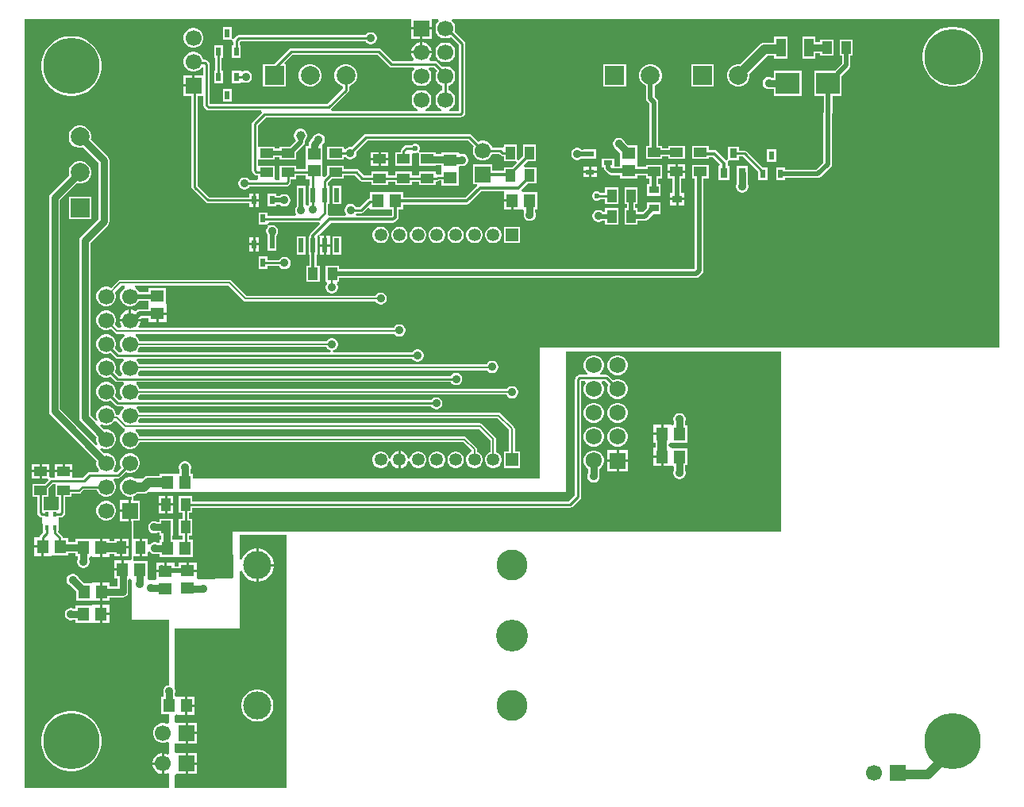
<source format=gtl>
G04*
G04 #@! TF.GenerationSoftware,Altium Limited,Altium Designer,21.4.1 (30)*
G04*
G04 Layer_Physical_Order=1*
G04 Layer_Color=255*
%FSLAX44Y44*%
%MOMM*%
G71*
G04*
G04 #@! TF.SameCoordinates,C757E9F2-7087-4A76-99C7-233D7C25EA9E*
G04*
G04*
G04 #@! TF.FilePolarity,Positive*
G04*
G01*
G75*
%ADD10C,0.2000*%
%ADD12C,0.2500*%
%ADD18C,0.3000*%
%ADD19C,0.2540*%
%ADD20R,0.3000X0.5000*%
%ADD21R,1.4500X1.3000*%
%ADD22R,1.3500X1.0000*%
%ADD23R,0.8000X1.1000*%
%ADD24R,0.5600X0.9500*%
%ADD25R,1.3000X1.4500*%
%ADD26R,1.0000X1.3500*%
%ADD27R,0.5500X1.5000*%
%ADD28R,1.0000X0.8000*%
%ADD29R,0.9500X0.5600*%
%ADD30R,2.5000X2.3000*%
%ADD31R,1.0000X1.9000*%
%ADD58C,0.7500*%
%ADD59C,0.5000*%
%ADD60C,1.0000*%
%ADD61C,0.3500*%
%ADD62C,0.2200*%
%ADD63C,6.0000*%
%ADD64R,1.7000X1.7000*%
%ADD65C,1.7000*%
%ADD66C,2.0000*%
%ADD67R,2.0000X2.0000*%
%ADD68R,2.0000X2.0000*%
%ADD69C,3.0000*%
%ADD70C,3.3000*%
%ADD71C,3.4000*%
%ADD72R,1.7000X1.7000*%
%ADD73R,1.3500X1.3500*%
%ADD74C,1.3500*%
%ADD75C,1.7250*%
%ADD76R,1.7250X1.7250*%
%ADD77C,0.9000*%
%ADD78C,1.0000*%
%ADD79C,0.6000*%
G36*
X1050000Y480000D02*
X560000D01*
Y340000D01*
X189750D01*
Y344750D01*
X187113D01*
Y348904D01*
X187307Y349241D01*
X187750Y350894D01*
Y352606D01*
X187307Y354259D01*
X186451Y355741D01*
X185241Y356951D01*
X183759Y357807D01*
X182106Y358250D01*
X180394D01*
X178741Y357807D01*
X177259Y356951D01*
X176049Y355741D01*
X175193Y354259D01*
X174750Y352606D01*
Y350894D01*
X175193Y349241D01*
X175387Y348904D01*
Y344750D01*
X172750D01*
Y344750D01*
X171210D01*
Y344750D01*
X154210D01*
Y342560D01*
X142000D01*
X140173Y342320D01*
X138470Y341614D01*
X137008Y340492D01*
X136515Y340000D01*
X128285D01*
X126753Y340884D01*
X124082Y341600D01*
X121318D01*
X118647Y340884D01*
X116253Y339502D01*
X114298Y337547D01*
X112916Y335153D01*
X112200Y332482D01*
Y329718D01*
X112916Y327047D01*
X114298Y324653D01*
X116253Y322698D01*
X118647Y321316D01*
X121318Y320600D01*
X124082D01*
X124250Y320471D01*
Y316740D01*
X123970D01*
Y305700D01*
Y294660D01*
X124250D01*
Y254591D01*
X123770Y252790D01*
X122250Y252790D01*
X116000D01*
Y243000D01*
X114730D01*
Y241730D01*
X105690D01*
Y233210D01*
X109002D01*
Y224863D01*
X101060D01*
Y228790D01*
X93290D01*
Y219000D01*
Y209210D01*
X101060D01*
Y213137D01*
X114865D01*
X117109Y213584D01*
X119010Y214855D01*
X120281Y216756D01*
X120728Y219000D01*
Y231796D01*
X121870Y232938D01*
X123916Y232664D01*
X124250Y231409D01*
Y189167D01*
X164250D01*
Y119250D01*
X163644D01*
X161991Y118807D01*
X160509Y117951D01*
X159299Y116741D01*
X158443Y115259D01*
X158000Y113606D01*
Y111894D01*
X158443Y110241D01*
X158502Y110138D01*
Y107000D01*
X155730D01*
Y88500D01*
X164250D01*
Y79181D01*
X162250Y78026D01*
X161803Y78284D01*
X159132Y79000D01*
X156368D01*
X153697Y78284D01*
X151303Y76902D01*
X149348Y74947D01*
X147966Y72553D01*
X147250Y69882D01*
Y67118D01*
X147966Y64447D01*
X149348Y62053D01*
X151303Y60098D01*
X153697Y58716D01*
X156368Y58000D01*
X159132D01*
X161803Y58716D01*
X162250Y58974D01*
X164250Y57819D01*
Y46659D01*
X162518Y45658D01*
X161861Y46038D01*
X159053Y46790D01*
X158870D01*
Y35750D01*
Y24710D01*
X159053D01*
X161861Y25462D01*
X162518Y25842D01*
X164250Y24841D01*
Y10000D01*
X10000D01*
Y278000D01*
Y311250D01*
Y830000D01*
X422500D01*
Y821370D01*
X433540D01*
X444580D01*
Y830000D01*
X451281D01*
X451991Y828000D01*
X450538Y826547D01*
X449156Y824153D01*
X448440Y821482D01*
Y818718D01*
X449156Y816047D01*
X450538Y813653D01*
X452493Y811698D01*
X454887Y810316D01*
X457558Y809600D01*
X460322D01*
X462993Y810316D01*
X464645Y811270D01*
X473386Y802529D01*
Y732104D01*
X463213D01*
X462950Y734104D01*
X462993Y734116D01*
X465387Y735498D01*
X467342Y737453D01*
X468724Y739847D01*
X469440Y742518D01*
Y745282D01*
X468724Y747953D01*
X467342Y750347D01*
X465387Y752302D01*
X462993Y753684D01*
X462274Y753877D01*
Y759323D01*
X462993Y759516D01*
X465387Y760898D01*
X467342Y762853D01*
X468724Y765247D01*
X469440Y767918D01*
Y770682D01*
X468724Y773353D01*
X467342Y775747D01*
X465387Y777702D01*
X462993Y779084D01*
X460322Y779800D01*
X457558D01*
X455339Y779206D01*
X450187Y784358D01*
X449106Y785080D01*
X447830Y785334D01*
X442615D01*
X441787Y787334D01*
X442374Y787921D01*
X443828Y790439D01*
X444580Y793247D01*
Y793430D01*
X433540D01*
X422500D01*
Y793247D01*
X423252Y790439D01*
X424706Y787921D01*
X425293Y787334D01*
X424465Y785334D01*
X403131D01*
X390607Y797858D01*
X389526Y798580D01*
X388250Y798834D01*
X294400D01*
X293124Y798580D01*
X292043Y797858D01*
X276185Y782000D01*
X264650D01*
Y758000D01*
X288650D01*
Y782000D01*
X288228D01*
X287463Y783848D01*
X295781Y792166D01*
X386869D01*
X399393Y779642D01*
X400474Y778920D01*
X401750Y778666D01*
X425228D01*
X426057Y776666D01*
X425138Y775747D01*
X423756Y773353D01*
X423040Y770682D01*
Y767918D01*
X423756Y765247D01*
X425138Y762853D01*
X427093Y760898D01*
X429487Y759516D01*
X432158Y758800D01*
X434922D01*
X437593Y759516D01*
X439987Y760898D01*
X441942Y762853D01*
X443324Y765247D01*
X444040Y767918D01*
Y770682D01*
X443324Y773353D01*
X441942Y775747D01*
X441023Y776666D01*
X441852Y778666D01*
X446449D01*
X450110Y775005D01*
X449156Y773353D01*
X448440Y770682D01*
Y767918D01*
X449156Y765247D01*
X450538Y762853D01*
X452493Y760898D01*
X454887Y759516D01*
X455606Y759323D01*
Y753877D01*
X454887Y753684D01*
X452493Y752302D01*
X450538Y750347D01*
X449156Y747953D01*
X448440Y745282D01*
Y742518D01*
X449156Y739847D01*
X450538Y737453D01*
X452493Y735498D01*
X454887Y734116D01*
X454930Y734104D01*
X454667Y732104D01*
X437813D01*
X437550Y734104D01*
X437593Y734116D01*
X439987Y735498D01*
X441942Y737453D01*
X443324Y739847D01*
X444040Y742518D01*
Y745282D01*
X443324Y747953D01*
X441942Y750347D01*
X439987Y752302D01*
X437593Y753684D01*
X434922Y754400D01*
X432158D01*
X429487Y753684D01*
X427093Y752302D01*
X425138Y750347D01*
X423756Y747953D01*
X423040Y745282D01*
Y742518D01*
X423756Y739847D01*
X425138Y737453D01*
X427093Y735498D01*
X429487Y734116D01*
X429530Y734104D01*
X429267Y732104D01*
X338052D01*
X337914Y732282D01*
X337319Y734104D01*
X355207Y751992D01*
X355930Y753074D01*
X356184Y754350D01*
Y758470D01*
X357482Y758818D01*
X360218Y760398D01*
X362452Y762632D01*
X364032Y765368D01*
X364850Y768420D01*
Y771580D01*
X364032Y774632D01*
X362452Y777368D01*
X360218Y779602D01*
X357482Y781182D01*
X354430Y782000D01*
X351270D01*
X348218Y781182D01*
X345482Y779602D01*
X343248Y777368D01*
X341668Y774632D01*
X340850Y771580D01*
Y768420D01*
X341668Y765368D01*
X343248Y762632D01*
X345482Y760398D01*
X348218Y758818D01*
X349516Y758470D01*
Y755731D01*
X333119Y739334D01*
X207631D01*
X207584Y739381D01*
Y781940D01*
X207330Y783216D01*
X206607Y784297D01*
X205120Y785785D01*
X204038Y786508D01*
X202762Y786762D01*
X200581D01*
X200034Y788803D01*
X198652Y791197D01*
X196697Y793152D01*
X194303Y794534D01*
X191632Y795250D01*
X188868D01*
X186197Y794534D01*
X183803Y793152D01*
X181848Y791197D01*
X180466Y788803D01*
X179750Y786132D01*
Y783368D01*
X180466Y780697D01*
X181848Y778303D01*
X183803Y776348D01*
X186197Y774966D01*
X188868Y774250D01*
X191632D01*
X194303Y774966D01*
X196697Y776348D01*
X198652Y778303D01*
X198916Y778760D01*
X200916Y778224D01*
Y770390D01*
X191520D01*
Y759350D01*
X190250D01*
Y758080D01*
X179210D01*
Y748310D01*
X188416D01*
Y651000D01*
X188670Y649724D01*
X189393Y648643D01*
X203573Y634462D01*
X204654Y633740D01*
X205930Y633486D01*
X249750D01*
Y629530D01*
X253820D01*
Y636820D01*
Y644110D01*
X249750D01*
Y640154D01*
X207311D01*
X195084Y652381D01*
Y748310D01*
X200916D01*
Y738000D01*
X201170Y736724D01*
X201893Y735642D01*
X203892Y733642D01*
X204974Y732920D01*
X206250Y732666D01*
X262718D01*
X262856Y732488D01*
X263451Y730666D01*
X253665Y720880D01*
X252942Y719798D01*
X252688Y718522D01*
Y668128D01*
X252942Y666852D01*
X253665Y665770D01*
X255152Y664283D01*
X256234Y663560D01*
X257510Y663306D01*
X259320D01*
Y660124D01*
X259320Y659640D01*
X258151Y658124D01*
X250261D01*
X249881Y658781D01*
X248671Y659991D01*
X247189Y660847D01*
X245536Y661290D01*
X243824D01*
X242171Y660847D01*
X240689Y659991D01*
X239479Y658781D01*
X238623Y657299D01*
X238180Y655646D01*
Y653934D01*
X238623Y652281D01*
X239479Y650799D01*
X240689Y649589D01*
X242171Y648733D01*
X243824Y648290D01*
X245536D01*
X247189Y648733D01*
X248671Y649589D01*
X249881Y650799D01*
X250261Y651456D01*
X289442D01*
X290718Y651710D01*
X291800Y652432D01*
X293288Y653920D01*
X294010Y655002D01*
X294264Y656278D01*
Y659520D01*
X299680D01*
Y663416D01*
X309620D01*
Y659630D01*
X314596D01*
Y652140D01*
X313180D01*
Y633140D01*
X313180Y633140D01*
X313180D01*
X312962Y631572D01*
X312454Y631182D01*
X311852Y631094D01*
X310576Y631142D01*
X310403Y631315D01*
X309980Y633140D01*
X309980D01*
Y652140D01*
X300480D01*
Y633140D01*
X300617D01*
Y630419D01*
X299979Y629781D01*
X299123Y628299D01*
X298680Y626646D01*
Y624934D01*
X299123Y623281D01*
X299722Y622244D01*
X299194Y620841D01*
X298705Y620244D01*
X269390D01*
Y624070D01*
X259790D01*
Y610570D01*
X267486D01*
X268689Y610570D01*
X269230Y610346D01*
X269410Y610091D01*
X270035Y608837D01*
X268979Y607781D01*
X268123Y606299D01*
X267680Y604646D01*
Y602934D01*
X268123Y601281D01*
X268979Y599799D01*
X269502Y599276D01*
Y596580D01*
X269290D01*
Y583080D01*
X278890D01*
Y596580D01*
X278678D01*
Y599096D01*
X279381Y599799D01*
X280237Y601281D01*
X280680Y602934D01*
Y604646D01*
X280237Y606299D01*
X279381Y607781D01*
X278171Y608991D01*
X276689Y609847D01*
X275036Y610290D01*
X273324D01*
X271755Y609869D01*
X271671Y609847D01*
X271376Y609780D01*
X270406Y609933D01*
X270293Y609987D01*
X269436Y610796D01*
X269404Y611598D01*
X269860Y612632D01*
X270804Y613576D01*
X324280D01*
X324713Y613662D01*
X325698Y611819D01*
X315407Y601527D01*
X314633Y600369D01*
X314361Y599004D01*
Y598140D01*
X313180D01*
Y579140D01*
X314361D01*
Y567290D01*
X310890D01*
Y549790D01*
X317067D01*
X317930Y549618D01*
X318793Y549790D01*
X324890D01*
Y567290D01*
X321499D01*
Y579140D01*
X322680D01*
Y598140D01*
X322680Y598140D01*
X322680D01*
X323672Y599699D01*
X323826Y599853D01*
X325340Y598539D01*
X325340Y596739D01*
Y589910D01*
X329360D01*
Y598680D01*
X327335D01*
X325481Y598680D01*
X324167Y600194D01*
X336904Y612931D01*
X403250D01*
X404616Y613203D01*
X405773Y613977D01*
X408031Y616234D01*
X408804Y617392D01*
X409076Y618757D01*
Y626750D01*
X414250D01*
Y632431D01*
X482250D01*
X483616Y632703D01*
X484773Y633477D01*
X497718Y646421D01*
X519509D01*
X521450Y646280D01*
X521450Y644421D01*
Y637760D01*
X530490D01*
Y636490D01*
X531760D01*
Y626700D01*
X538754D01*
X539530Y626700D01*
X541306Y627240D01*
X541753D01*
X543167Y625826D01*
Y624375D01*
X542973Y624039D01*
X542530Y622386D01*
Y620674D01*
X542973Y619021D01*
X543829Y617539D01*
X545039Y616329D01*
X546521Y615473D01*
X548174Y615030D01*
X549886D01*
X551539Y615473D01*
X553021Y616329D01*
X554231Y617539D01*
X555087Y619021D01*
X555530Y620674D01*
Y622386D01*
X555087Y624039D01*
X554893Y624375D01*
Y627240D01*
X557530D01*
Y645740D01*
X541306D01*
X541262Y645753D01*
X540150Y647799D01*
X540228Y647991D01*
X547037Y654800D01*
X555990D01*
Y672300D01*
X543325D01*
X542497Y674300D01*
X546947Y678750D01*
X555770D01*
Y696250D01*
X541770D01*
Y684345D01*
X541701Y684000D01*
Y683598D01*
X537230Y679127D01*
X535230Y679955D01*
X535230Y680158D01*
X535230D01*
X535230Y680251D01*
Y696250D01*
X521230D01*
Y693687D01*
X519230Y692775D01*
X518848Y693030D01*
X517572Y693284D01*
X508727D01*
X508534Y694003D01*
X507152Y696397D01*
X505197Y698352D01*
X502803Y699734D01*
X500132Y700450D01*
X497368D01*
X494697Y699734D01*
X494053Y699362D01*
X487057Y706357D01*
X485976Y707080D01*
X484700Y707334D01*
X374390D01*
X373114Y707080D01*
X372033Y706357D01*
X359269Y693594D01*
X358536Y693790D01*
X356824D01*
X355171Y693347D01*
X353689Y692491D01*
X352480Y691282D01*
X352474Y691282D01*
X350480Y691819D01*
Y694290D01*
X332980D01*
Y680290D01*
X350480D01*
Y682761D01*
X352474Y683298D01*
X352480Y683298D01*
X353689Y682089D01*
X355171Y681233D01*
X356824Y680790D01*
X358536D01*
X360189Y681233D01*
X361671Y682089D01*
X362881Y683299D01*
X363737Y684781D01*
X364180Y686434D01*
Y688146D01*
X363984Y688878D01*
X375771Y700666D01*
X483319D01*
X489338Y694647D01*
X488966Y694003D01*
X488250Y691332D01*
Y688568D01*
X488966Y685897D01*
X490348Y683503D01*
X492303Y681548D01*
X494697Y680166D01*
X497368Y679450D01*
X500132D01*
X502803Y680166D01*
X505197Y681548D01*
X507152Y683503D01*
X508534Y685897D01*
X508727Y686616D01*
X516191D01*
X517664Y685143D01*
X518746Y684420D01*
X520022Y684166D01*
X521230D01*
Y678750D01*
X533729Y678750D01*
X533822D01*
X533822D01*
X534025Y678750D01*
X534853Y676750D01*
X530403Y672300D01*
X521450D01*
Y668119D01*
X509250D01*
Y675050D01*
X488250D01*
Y654050D01*
X492521D01*
X492654Y653879D01*
X493253Y652050D01*
X480772Y639569D01*
X414250D01*
Y645250D01*
X397250D01*
Y645250D01*
X395710D01*
Y645250D01*
X378710D01*
Y638612D01*
X378388D01*
X377112Y638358D01*
X376030Y637635D01*
X368269Y629874D01*
X363511D01*
X363131Y630531D01*
X361921Y631741D01*
X360439Y632597D01*
X358786Y633040D01*
X357074D01*
X355421Y632597D01*
X353939Y631741D01*
X352729Y630531D01*
X351873Y629049D01*
X351430Y627396D01*
Y625684D01*
X351873Y624031D01*
X352729Y622549D01*
X353209Y622069D01*
X352381Y620069D01*
X335426D01*
X334745Y619933D01*
X333470Y621625D01*
X333710Y621984D01*
X333964Y623260D01*
Y633140D01*
X335380D01*
Y652140D01*
X333964D01*
Y656019D01*
X337695Y659750D01*
X350480D01*
Y663416D01*
X362647D01*
X368130Y657933D01*
X369212Y657210D01*
X370488Y656956D01*
X380340D01*
Y653290D01*
X397840D01*
Y656956D01*
X405740D01*
Y653290D01*
X423240D01*
Y656956D01*
X431140D01*
Y653290D01*
X448640D01*
Y656956D01*
X449940D01*
X451216Y657210D01*
X452298Y657933D01*
X452321Y657956D01*
X454770D01*
Y652790D01*
X473270D01*
Y669330D01*
X473270Y669790D01*
Y671330D01*
X473270Y672169D01*
X473564Y672555D01*
X475270Y673564D01*
X476144Y673330D01*
X477856D01*
X479509Y673773D01*
X480991Y674629D01*
X482201Y675839D01*
X483057Y677321D01*
X483500Y678974D01*
Y680686D01*
X483057Y682339D01*
X482201Y683821D01*
X480991Y685031D01*
X479509Y685887D01*
X477856Y686330D01*
X476144D01*
X475270Y686096D01*
X473564Y687105D01*
X473270Y687491D01*
Y688330D01*
X454770D01*
Y686193D01*
X448640D01*
Y687830D01*
X432792D01*
X432787Y687830D01*
X432787D01*
X431979Y687830D01*
X431291Y689108D01*
X431039Y689788D01*
X431750Y691505D01*
Y693495D01*
X430989Y695332D01*
X429582Y696739D01*
X427745Y697500D01*
X425755D01*
X423918Y696739D01*
X423013Y695834D01*
X417680D01*
X416404Y695580D01*
X415322Y694857D01*
X412132Y691667D01*
X411410Y690586D01*
X411156Y689310D01*
Y687830D01*
X405740D01*
Y673830D01*
X423240D01*
Y686377D01*
X425240Y687713D01*
X425755Y687500D01*
X427745D01*
X429264Y688129D01*
X430474Y687533D01*
X431140Y686991D01*
X431140Y686178D01*
Y673830D01*
X448640D01*
Y674467D01*
X454770D01*
Y671790D01*
X454770Y671330D01*
Y669790D01*
X454770Y669330D01*
Y664624D01*
X450940D01*
X450640Y664564D01*
X448640Y665908D01*
Y667290D01*
X431140D01*
Y663624D01*
X423240D01*
Y667290D01*
X405740D01*
Y663624D01*
X397840D01*
Y667290D01*
X380340D01*
Y663624D01*
X371869D01*
X366385Y669108D01*
X365304Y669830D01*
X364028Y670084D01*
X350480D01*
Y673750D01*
X332980D01*
Y664465D01*
X330120Y661605D01*
X328120Y662433D01*
Y676170D01*
X328120Y676630D01*
Y678170D01*
X328120Y678630D01*
Y695170D01*
X328120D01*
X328447Y697035D01*
X329131Y697719D01*
X329987Y699201D01*
X330430Y700854D01*
Y702566D01*
X329987Y704219D01*
X329131Y705701D01*
X327921Y706911D01*
X326439Y707767D01*
X324786Y708210D01*
X323074D01*
X321421Y707767D01*
X319939Y706911D01*
X318729Y705701D01*
X317873Y704219D01*
X317772Y703843D01*
X314725Y700796D01*
X313454Y698894D01*
X313007Y696650D01*
Y695170D01*
X309839D01*
X308444Y696683D01*
X308739Y697124D01*
X309088Y698880D01*
Y700689D01*
X310101Y701702D01*
X311023Y703298D01*
X311500Y705078D01*
Y706922D01*
X311023Y708702D01*
X310101Y710298D01*
X308798Y711601D01*
X307202Y712523D01*
X305422Y713000D01*
X303578D01*
X301798Y712523D01*
X300202Y711601D01*
X298899Y710298D01*
X297977Y708702D01*
X297500Y706922D01*
Y705078D01*
X297977Y703298D01*
X298899Y701702D01*
X299866Y700735D01*
X293191Y694060D01*
X282180D01*
Y691823D01*
X276820D01*
Y694180D01*
X259356D01*
Y717141D01*
X267651Y725436D01*
X475232D01*
X476508Y725690D01*
X477590Y726413D01*
X479077Y727900D01*
X479800Y728982D01*
X480054Y730258D01*
Y803910D01*
X479800Y805186D01*
X479077Y806268D01*
X468846Y816499D01*
X469440Y818718D01*
Y821482D01*
X468724Y824153D01*
X467342Y826547D01*
X465889Y828000D01*
X466599Y830000D01*
X1050000D01*
Y480000D01*
D02*
G37*
G36*
X309620Y694843D02*
Y678630D01*
X309620Y678170D01*
Y676630D01*
X309620Y676170D01*
Y670084D01*
X299680D01*
Y673520D01*
X282180D01*
Y659520D01*
X280758Y658124D01*
X277988D01*
X276820Y659640D01*
X276820Y660124D01*
Y673640D01*
X259356D01*
Y680180D01*
X276820D01*
Y682647D01*
X282180D01*
Y680060D01*
X299680D01*
Y687571D01*
X307744Y695636D01*
X307925Y695906D01*
X309620Y694843D01*
D02*
G37*
G36*
X378710Y628272D02*
Y626750D01*
X395710D01*
Y626750D01*
X397250D01*
Y626750D01*
X401939D01*
Y620235D01*
X401772Y620069D01*
X364163D01*
X363272Y621982D01*
X364127Y623206D01*
X369650D01*
X370926Y623460D01*
X372007Y624182D01*
X376862Y629037D01*
X378710Y628272D01*
D02*
G37*
G36*
X817500Y283083D02*
X231926D01*
X232985Y234435D01*
X231596Y232995D01*
X195789Y232478D01*
X193790Y234450D01*
Y240250D01*
X184000D01*
Y241520D01*
X182730D01*
Y250560D01*
X174210D01*
Y246108D01*
X170040D01*
Y250330D01*
X161520D01*
Y241290D01*
X160250D01*
Y240020D01*
X150460D01*
Y233824D01*
X150460Y232250D01*
X148647Y231798D01*
X142622Y231710D01*
X141272Y233691D01*
X141297Y233750D01*
X141770D01*
Y252250D01*
X126500D01*
Y257210D01*
X132750D01*
Y266500D01*
Y275790D01*
X126500D01*
Y295200D01*
X133200D01*
Y316200D01*
X126500D01*
Y321248D01*
X126753Y321316D01*
X129147Y322698D01*
X130489Y324040D01*
X137600D01*
X139427Y324280D01*
X141130Y324986D01*
X141475Y325250D01*
X587500D01*
Y475250D01*
X817500D01*
Y283083D01*
D02*
G37*
G36*
X290000Y10000D02*
X170370D01*
Y23720D01*
X171960Y24710D01*
X172370Y24710D01*
X181730D01*
Y35750D01*
Y46790D01*
X172370D01*
X171960Y46790D01*
X170370Y47780D01*
Y56832D01*
X172110Y57460D01*
X172370Y57460D01*
X181880D01*
Y68500D01*
Y79540D01*
X172370D01*
X172110Y79540D01*
X170370Y80168D01*
Y87086D01*
X170995Y87711D01*
X172370Y88373D01*
X173730Y87960D01*
X174506Y87960D01*
X181500D01*
Y97750D01*
Y107540D01*
X174506D01*
X173730Y107540D01*
X172370Y107127D01*
X170995Y107789D01*
X170370Y108414D01*
Y109917D01*
X170557Y110241D01*
X171000Y111894D01*
Y113606D01*
X170557Y115259D01*
X170370Y115583D01*
Y180000D01*
X240000D01*
Y241197D01*
X242000Y241595D01*
X242957Y239285D01*
X244876Y236412D01*
X247319Y233969D01*
X250192Y232049D01*
X253384Y230727D01*
X256773Y230053D01*
X257230D01*
Y247593D01*
Y265133D01*
X256773D01*
X253384Y264459D01*
X250192Y263137D01*
X247319Y261217D01*
X244876Y258774D01*
X242957Y255901D01*
X242000Y253591D01*
X240000Y253989D01*
Y280000D01*
X290000D01*
Y10000D01*
D02*
G37*
%LPC*%
G36*
X444580Y818830D02*
X434810D01*
Y809060D01*
X444580D01*
Y818830D01*
D02*
G37*
G36*
X432270D02*
X422500D01*
Y809060D01*
X432270D01*
Y818830D01*
D02*
G37*
G36*
X231300Y821712D02*
X221700D01*
Y808212D01*
X229813Y808212D01*
X230868Y808212D01*
X230948Y808158D01*
X232439Y807016D01*
X232666Y805156D01*
Y802212D01*
X231200D01*
Y788712D01*
X240800D01*
Y802212D01*
X239334D01*
Y805619D01*
X240131Y806416D01*
X373919D01*
X374299Y805759D01*
X375509Y804549D01*
X376991Y803693D01*
X378644Y803250D01*
X380356D01*
X382009Y803693D01*
X383491Y804549D01*
X384701Y805759D01*
X385557Y807241D01*
X386000Y808894D01*
Y810606D01*
X385557Y812259D01*
X384701Y813741D01*
X383491Y814951D01*
X382009Y815807D01*
X380356Y816250D01*
X378644D01*
X376991Y815807D01*
X375509Y814951D01*
X374299Y813741D01*
X373919Y813084D01*
X238750D01*
X237474Y812830D01*
X236392Y812107D01*
X233643Y809358D01*
X233300Y808845D01*
X231300Y809452D01*
X231300Y810010D01*
X231300Y810010D01*
X231300Y810033D01*
Y821712D01*
D02*
G37*
G36*
X191632Y820650D02*
X188868D01*
X186197Y819934D01*
X183803Y818552D01*
X181848Y816597D01*
X180466Y814203D01*
X179750Y811532D01*
Y808768D01*
X180466Y806097D01*
X181848Y803703D01*
X183803Y801748D01*
X186197Y800366D01*
X188868Y799650D01*
X191632D01*
X194303Y800366D01*
X196697Y801748D01*
X198652Y803703D01*
X200034Y806097D01*
X200750Y808768D01*
Y811532D01*
X200034Y814203D01*
X198652Y816597D01*
X196697Y818552D01*
X194303Y819934D01*
X191632Y820650D01*
D02*
G37*
G36*
X434993Y805740D02*
X434810D01*
Y795970D01*
X444580D01*
Y796153D01*
X443828Y798961D01*
X442374Y801479D01*
X440319Y803534D01*
X437801Y804988D01*
X434993Y805740D01*
D02*
G37*
G36*
X432270D02*
X432087D01*
X429279Y804988D01*
X426761Y803534D01*
X424706Y801479D01*
X423252Y798961D01*
X422500Y796153D01*
Y795970D01*
X432270D01*
Y805740D01*
D02*
G37*
G36*
X853830Y811250D02*
X839830D01*
Y788250D01*
X853830D01*
Y793887D01*
X859010D01*
Y791000D01*
X873010D01*
Y808500D01*
X859010D01*
Y805613D01*
X853830D01*
Y811250D01*
D02*
G37*
G36*
X823830D02*
X809830D01*
Y804994D01*
X799483D01*
X797656Y804753D01*
X795953Y804048D01*
X794491Y802926D01*
X773473Y781908D01*
X773130Y782000D01*
X769970D01*
X766918Y781182D01*
X764182Y779602D01*
X761948Y777368D01*
X760368Y774632D01*
X759550Y771580D01*
Y768420D01*
X760368Y765368D01*
X761948Y762632D01*
X764182Y760398D01*
X766918Y758818D01*
X769970Y758000D01*
X773130D01*
X776182Y758818D01*
X778918Y760398D01*
X781152Y762632D01*
X782732Y765368D01*
X783550Y768420D01*
Y771580D01*
X783458Y771923D01*
X802408Y790873D01*
X809830D01*
Y788250D01*
X823830D01*
Y797475D01*
X823890Y797933D01*
Y799750D01*
X823830Y800209D01*
Y811250D01*
D02*
G37*
G36*
X460322Y805200D02*
X457558D01*
X454887Y804484D01*
X452493Y803102D01*
X450538Y801147D01*
X449156Y798753D01*
X448440Y796082D01*
Y793318D01*
X449156Y790647D01*
X450538Y788253D01*
X452493Y786298D01*
X454887Y784916D01*
X457558Y784200D01*
X460322D01*
X462993Y784916D01*
X465387Y786298D01*
X467342Y788253D01*
X468724Y790647D01*
X469440Y793318D01*
Y796082D01*
X468724Y798753D01*
X467342Y801147D01*
X465387Y803102D01*
X462993Y804484D01*
X460322Y805200D01*
D02*
G37*
G36*
X247106Y775250D02*
X245394D01*
X243741Y774807D01*
X242776Y774250D01*
X242472Y774372D01*
X240776Y775190D01*
X240776Y775190D01*
X240776Y775190D01*
X231176D01*
Y761690D01*
X240776D01*
Y762203D01*
X241257Y762639D01*
X242776Y763250D01*
X243741Y762693D01*
X245394Y762250D01*
X247106D01*
X248759Y762693D01*
X250241Y763549D01*
X251451Y764759D01*
X252307Y766241D01*
X252750Y767894D01*
Y769606D01*
X252307Y771259D01*
X251451Y772741D01*
X250241Y773951D01*
X248759Y774807D01*
X247106Y775250D01*
D02*
G37*
G36*
X838800Y775150D02*
X809800D01*
Y767863D01*
X806846D01*
X806509Y768057D01*
X804856Y768500D01*
X803144D01*
X801491Y768057D01*
X800009Y767201D01*
X798799Y765991D01*
X797943Y764509D01*
X797500Y762856D01*
Y761144D01*
X797943Y759491D01*
X798799Y758009D01*
X800009Y756799D01*
X801491Y755943D01*
X803144Y755500D01*
X804856D01*
X806509Y755943D01*
X806846Y756137D01*
X809800D01*
Y748150D01*
X838800D01*
Y775150D01*
D02*
G37*
G36*
X221800Y802212D02*
X212200D01*
Y788712D01*
X213666D01*
Y775190D01*
X212176D01*
Y761690D01*
X221776D01*
Y775190D01*
X220334D01*
Y788712D01*
X221800D01*
Y802212D01*
D02*
G37*
G36*
X188980Y770390D02*
X179210D01*
Y760620D01*
X188980D01*
Y770390D01*
D02*
G37*
G36*
X1002518Y822000D02*
X997482D01*
X992507Y821212D01*
X987716Y819656D01*
X983228Y817369D01*
X979153Y814408D01*
X975592Y810847D01*
X972631Y806772D01*
X970344Y802284D01*
X968788Y797493D01*
X968000Y792518D01*
Y787482D01*
X968788Y782507D01*
X970344Y777716D01*
X972631Y773228D01*
X975592Y769153D01*
X979153Y765592D01*
X983228Y762631D01*
X987716Y760344D01*
X992507Y758788D01*
X997482Y758000D01*
X1002518D01*
X1007493Y758788D01*
X1012284Y760344D01*
X1016772Y762631D01*
X1020847Y765592D01*
X1024408Y769153D01*
X1027369Y773228D01*
X1029656Y777716D01*
X1031212Y782507D01*
X1032000Y787482D01*
Y792518D01*
X1031212Y797493D01*
X1029656Y802284D01*
X1027369Y806772D01*
X1024408Y810847D01*
X1020847Y814408D01*
X1016772Y817369D01*
X1012284Y819656D01*
X1007493Y821212D01*
X1002518Y822000D01*
D02*
G37*
G36*
X745450Y782000D02*
X721450D01*
Y758000D01*
X745450D01*
Y782000D01*
D02*
G37*
G36*
X651650D02*
X627650D01*
Y758000D01*
X651650D01*
Y782000D01*
D02*
G37*
G36*
X316330D02*
X313170D01*
X310118Y781182D01*
X307382Y779602D01*
X305148Y777368D01*
X303568Y774632D01*
X302750Y771580D01*
Y768420D01*
X303568Y765368D01*
X305148Y762632D01*
X307382Y760398D01*
X310118Y758818D01*
X313170Y758000D01*
X316330D01*
X319382Y758818D01*
X322118Y760398D01*
X324352Y762632D01*
X325932Y765368D01*
X326750Y768420D01*
Y771580D01*
X325932Y774632D01*
X324352Y777368D01*
X322118Y779602D01*
X319382Y781182D01*
X316330Y782000D01*
D02*
G37*
G36*
X62519Y812000D02*
X57481D01*
X52507Y811212D01*
X47716Y809656D01*
X43228Y807369D01*
X39153Y804408D01*
X35592Y800847D01*
X32631Y796772D01*
X30344Y792284D01*
X28788Y787493D01*
X28000Y782518D01*
Y777482D01*
X28788Y772507D01*
X30344Y767716D01*
X32631Y763228D01*
X35592Y759153D01*
X39153Y755592D01*
X43228Y752631D01*
X47716Y750344D01*
X52507Y748788D01*
X57481Y748000D01*
X62519D01*
X67493Y748788D01*
X72284Y750344D01*
X76772Y752631D01*
X80847Y755592D01*
X84408Y759153D01*
X87369Y763228D01*
X89656Y767716D01*
X91212Y772507D01*
X92000Y777482D01*
Y782518D01*
X91212Y787493D01*
X89656Y792284D01*
X87369Y796772D01*
X84408Y800847D01*
X80847Y804408D01*
X76772Y807369D01*
X72284Y809656D01*
X67493Y811212D01*
X62519Y812000D01*
D02*
G37*
G36*
X231276Y755690D02*
X221676D01*
Y742190D01*
X231276D01*
Y755690D01*
D02*
G37*
G36*
X398380Y688370D02*
X390360D01*
Y682100D01*
X398380D01*
Y688370D01*
D02*
G37*
G36*
X387820D02*
X379800D01*
Y682100D01*
X387820D01*
Y688370D01*
D02*
G37*
G36*
X600646Y692820D02*
X598934D01*
X597281Y692377D01*
X595799Y691521D01*
X594589Y690311D01*
X593733Y688829D01*
X593290Y687176D01*
Y685464D01*
X593733Y683811D01*
X594589Y682329D01*
X595799Y681119D01*
X597281Y680263D01*
X598934Y679820D01*
X600646D01*
X602299Y680263D01*
X603781Y681119D01*
X604278Y681616D01*
X606650D01*
Y681404D01*
X620150D01*
Y691004D01*
X606650D01*
Y690792D01*
X604510D01*
X603781Y691521D01*
X602299Y692377D01*
X600646Y692820D01*
D02*
G37*
G36*
X679330Y782000D02*
X676170D01*
X673118Y781182D01*
X670382Y779602D01*
X668148Y777368D01*
X666568Y774632D01*
X665750Y771580D01*
Y768420D01*
X666568Y765368D01*
X668148Y762632D01*
X670382Y760398D01*
X673118Y758818D01*
X673162Y758806D01*
Y745249D01*
X673511Y743493D01*
X674506Y742005D01*
X676982Y739529D01*
Y694990D01*
X672820D01*
Y680990D01*
X690320D01*
Y683457D01*
X696950D01*
Y681100D01*
X714450D01*
Y695100D01*
X696950D01*
Y692633D01*
X690320D01*
Y694990D01*
X686158D01*
Y741429D01*
X685809Y743185D01*
X684814Y744673D01*
X682338Y747149D01*
Y758806D01*
X682382Y758818D01*
X685118Y760398D01*
X687352Y762632D01*
X688932Y765368D01*
X689750Y768420D01*
Y771580D01*
X688932Y774632D01*
X687352Y777368D01*
X685118Y779602D01*
X682382Y781182D01*
X679330Y782000D01*
D02*
G37*
G36*
X811840Y691320D02*
X802240D01*
Y677820D01*
X811840D01*
Y691320D01*
D02*
G37*
G36*
X398380Y679560D02*
X390360D01*
Y673290D01*
X398380D01*
Y679560D01*
D02*
G37*
G36*
X387820D02*
X379800D01*
Y673290D01*
X387820D01*
Y679560D01*
D02*
G37*
G36*
X645006Y703470D02*
X643294D01*
X641641Y703027D01*
X640159Y702171D01*
X638949Y700961D01*
X638093Y699479D01*
X637650Y697826D01*
Y696114D01*
X638093Y694461D01*
X638949Y692979D01*
X640159Y691769D01*
X641641Y690913D01*
X642044Y690805D01*
X645650Y687199D01*
Y678950D01*
X645650Y678490D01*
Y676950D01*
X645650Y676490D01*
Y673038D01*
X639650D01*
Y681504D01*
X626150D01*
Y671904D01*
X628312D01*
Y671379D01*
X628661Y669623D01*
X629656Y668135D01*
X632585Y665206D01*
X634073Y664211D01*
X635829Y663862D01*
X645650D01*
Y659950D01*
X664150D01*
Y663362D01*
X672820D01*
Y660450D01*
X676842D01*
Y653820D01*
X674290D01*
Y641820D01*
X688290D01*
Y653820D01*
X686018D01*
Y660450D01*
X690320D01*
Y674450D01*
X672820D01*
Y672538D01*
X664150D01*
Y676490D01*
X664150Y676950D01*
Y678490D01*
X664150Y678950D01*
Y695490D01*
X653941D01*
X650300Y699131D01*
X650207Y699479D01*
X649351Y700961D01*
X648141Y702171D01*
X646659Y703027D01*
X645006Y703470D01*
D02*
G37*
G36*
X893550Y808500D02*
X879550D01*
Y791000D01*
X881962D01*
Y782801D01*
X874311Y775150D01*
X852800D01*
Y748150D01*
X862712D01*
Y731815D01*
X862511Y731514D01*
X862162Y729758D01*
Y677401D01*
X854419Y669658D01*
X821340D01*
Y671820D01*
X811740D01*
Y658320D01*
X821340D01*
Y660482D01*
X856320D01*
X858076Y660831D01*
X859564Y661826D01*
X869994Y672256D01*
X870989Y673744D01*
X871338Y675500D01*
Y728252D01*
X871539Y728552D01*
X871888Y730308D01*
Y748150D01*
X881800D01*
Y769661D01*
X889794Y777656D01*
X890789Y779144D01*
X891138Y780900D01*
Y791000D01*
X893550D01*
Y808500D01*
D02*
G37*
G36*
X714990Y675100D02*
X706970D01*
Y668830D01*
X714990D01*
Y675100D01*
D02*
G37*
G36*
X704430D02*
X696410D01*
Y668830D01*
X704430D01*
Y675100D01*
D02*
G37*
G36*
X620690Y672544D02*
X614670D01*
Y668474D01*
X620690D01*
Y672544D01*
D02*
G37*
G36*
X612130D02*
X606110D01*
Y668474D01*
X612130D01*
Y672544D01*
D02*
G37*
G36*
X620690Y665934D02*
X614670D01*
Y661864D01*
X620690D01*
Y665934D01*
D02*
G37*
G36*
X612130D02*
X606110D01*
Y661864D01*
X612130D01*
Y665934D01*
D02*
G37*
G36*
X739850Y694990D02*
X722350D01*
Y680990D01*
X739850D01*
Y682897D01*
X744196D01*
X751843Y675250D01*
X751014Y673250D01*
X750500D01*
Y658250D01*
X762500D01*
Y673250D01*
X760323D01*
Y676000D01*
X760075Y677250D01*
X760166Y677661D01*
X761244Y679250D01*
X772000D01*
Y683416D01*
X776429D01*
X792740Y667105D01*
Y658320D01*
X802340D01*
Y671820D01*
X797455D01*
X780167Y689108D01*
X779086Y689830D01*
X777810Y690084D01*
X772000D01*
Y694250D01*
X760000D01*
Y680736D01*
X758000Y679907D01*
X748484Y689424D01*
X747243Y690252D01*
X745780Y690543D01*
X739850D01*
Y694990D01*
D02*
G37*
G36*
X70830Y716750D02*
X67670D01*
X64618Y715932D01*
X61882Y714352D01*
X59648Y712118D01*
X58068Y709382D01*
X57250Y706330D01*
Y703170D01*
X58068Y700118D01*
X59648Y697382D01*
X61882Y695148D01*
X64618Y693568D01*
X67670Y692750D01*
X70830D01*
X72509Y693200D01*
X88887Y676822D01*
Y616678D01*
X70104Y597896D01*
X68834Y595993D01*
X68387Y593750D01*
Y404950D01*
X68834Y402706D01*
X70104Y400804D01*
X86975Y383934D01*
X86800Y383282D01*
Y380518D01*
X87516Y377847D01*
X88121Y376798D01*
X86521Y375570D01*
X47863Y414228D01*
Y636972D01*
X65991Y655100D01*
X67670Y654650D01*
X70830D01*
X73882Y655468D01*
X76618Y657048D01*
X78852Y659282D01*
X80432Y662018D01*
X81250Y665070D01*
Y668230D01*
X80432Y671282D01*
X78852Y674018D01*
X76618Y676252D01*
X73882Y677832D01*
X70830Y678650D01*
X67670D01*
X64618Y677832D01*
X61882Y676252D01*
X59648Y674018D01*
X58068Y671282D01*
X57250Y668230D01*
Y665070D01*
X57700Y663391D01*
X37854Y643546D01*
X36584Y641644D01*
X36137Y639400D01*
Y411800D01*
X36584Y409557D01*
X37854Y407654D01*
X86975Y358534D01*
X86800Y357882D01*
Y355118D01*
X87516Y352447D01*
X88898Y350053D01*
X89887Y349064D01*
X89059Y347064D01*
X79750D01*
X78482Y346811D01*
X77407Y346093D01*
X72127Y340814D01*
X61040D01*
Y346500D01*
X51750D01*
X42460D01*
Y340814D01*
X39250D01*
X38540Y340672D01*
X36970Y341574D01*
X36540Y342003D01*
Y346520D01*
X28520D01*
Y340250D01*
X34485D01*
X35314Y338250D01*
X31314Y334250D01*
X18500D01*
Y320250D01*
X23936D01*
Y303214D01*
X24189Y301946D01*
X24907Y300871D01*
X26371Y299407D01*
X27446Y298689D01*
X28714Y298436D01*
X29179D01*
X29361Y285187D01*
X29960D01*
Y282710D01*
X29960Y282710D01*
X29960D01*
X28790Y281260D01*
X27225Y279695D01*
X26540Y278670D01*
X26299Y277460D01*
Y277040D01*
X20420D01*
Y268520D01*
X29460D01*
Y267250D01*
X30730D01*
Y257460D01*
X38500D01*
Y257460D01*
X39500Y258000D01*
X56500D01*
Y260762D01*
X64730D01*
Y256750D01*
X67127D01*
Y254261D01*
X66693Y253509D01*
X66250Y251856D01*
Y250144D01*
X66693Y248491D01*
X67549Y247009D01*
X68759Y245799D01*
X70241Y244943D01*
X71894Y244500D01*
X73606D01*
X75259Y244943D01*
X76741Y245799D01*
X77951Y247009D01*
X78807Y248491D01*
X79250Y250144D01*
Y251856D01*
X78853Y253339D01*
Y255336D01*
X80267Y256750D01*
X80954D01*
X82730Y256210D01*
X83506Y256210D01*
X90500D01*
Y266000D01*
Y275790D01*
X83506D01*
X82730Y275790D01*
X80954Y275250D01*
X64730D01*
Y272488D01*
X56500D01*
Y276500D01*
X51012D01*
Y276822D01*
X50758Y278098D01*
X50036Y279180D01*
X46028Y283188D01*
X46774Y285187D01*
X46889D01*
Y298436D01*
X48535D01*
X49804Y298689D01*
X50879Y299407D01*
X52343Y300871D01*
X53061Y301946D01*
X53314Y303214D01*
Y320230D01*
X60500D01*
Y323916D01*
X67980D01*
X69248Y324169D01*
X70323Y324887D01*
X73223Y327786D01*
X87317D01*
X87516Y327047D01*
X88898Y324653D01*
X90853Y322698D01*
X93247Y321316D01*
X95918Y320600D01*
X98682D01*
X101353Y321316D01*
X103747Y322698D01*
X105702Y324653D01*
X107084Y327047D01*
X107800Y329718D01*
Y332482D01*
X107084Y335153D01*
X105702Y337547D01*
X104813Y338436D01*
X105641Y340436D01*
X109950D01*
X111218Y340689D01*
X112293Y341407D01*
X117984Y347098D01*
X118647Y346716D01*
X121318Y346000D01*
X124082D01*
X126753Y346716D01*
X129147Y348098D01*
X131102Y350053D01*
X132484Y352447D01*
X133200Y355118D01*
Y357882D01*
X132484Y360553D01*
X131102Y362947D01*
X129147Y364902D01*
X126753Y366284D01*
X124082Y367000D01*
X121318D01*
X118647Y366284D01*
X116253Y364902D01*
X114298Y362947D01*
X112916Y360553D01*
X112200Y357882D01*
Y355118D01*
X112916Y352447D01*
X113298Y351784D01*
X108577Y347064D01*
X105541D01*
X104713Y349064D01*
X105702Y350053D01*
X107084Y352447D01*
X107800Y355118D01*
Y357882D01*
X107084Y360553D01*
X105702Y362947D01*
X103747Y364902D01*
X101353Y366284D01*
X98682Y367000D01*
X95918D01*
X95266Y366825D01*
X90970Y371121D01*
X92198Y372721D01*
X93247Y372116D01*
X95918Y371400D01*
X98682D01*
X101353Y372116D01*
X103747Y373498D01*
X105702Y375453D01*
X107084Y377847D01*
X107800Y380518D01*
Y383282D01*
X107084Y385953D01*
X105702Y388347D01*
X103747Y390302D01*
X101353Y391684D01*
X98682Y392400D01*
X95918D01*
X95266Y392225D01*
X90970Y396521D01*
X92198Y398121D01*
X93247Y397516D01*
X95918Y396800D01*
X98682D01*
X101353Y397516D01*
X103747Y398898D01*
X105702Y400853D01*
X105851Y401110D01*
X108085Y401326D01*
X115774Y393637D01*
X115774Y393637D01*
X116766Y392974D01*
X116852Y392957D01*
X117199Y390849D01*
X116253Y390302D01*
X114298Y388347D01*
X112916Y385953D01*
X112200Y383282D01*
Y380518D01*
X112916Y377847D01*
X114298Y375453D01*
X116253Y373498D01*
X118647Y372116D01*
X121318Y371400D01*
X124082D01*
X126753Y372116D01*
X129147Y373498D01*
X131102Y375453D01*
X132484Y377847D01*
X132751Y378841D01*
X477833D01*
X486515Y370159D01*
X486556Y369406D01*
X486331Y367986D01*
X484627Y367002D01*
X482998Y365373D01*
X481846Y363377D01*
X481250Y361152D01*
Y358848D01*
X481846Y356623D01*
X482998Y354627D01*
X484627Y352998D01*
X486623Y351846D01*
X488848Y351250D01*
X491152D01*
X493377Y351846D01*
X495373Y352998D01*
X497002Y354627D01*
X498154Y356623D01*
X498750Y358848D01*
Y361152D01*
X498154Y363377D01*
X497002Y365373D01*
X495373Y367002D01*
X493377Y368154D01*
X493059Y368239D01*
Y371000D01*
X492826Y372170D01*
X492163Y373163D01*
X481263Y384063D01*
X480271Y384726D01*
X479100Y384959D01*
X479100Y384959D01*
X132751D01*
X132484Y385953D01*
X131102Y388347D01*
X129147Y390302D01*
X128386Y390741D01*
X128922Y392741D01*
X494933D01*
X506941Y380733D01*
Y368239D01*
X506623Y368154D01*
X504627Y367002D01*
X502998Y365373D01*
X501846Y363377D01*
X501250Y361152D01*
Y358848D01*
X501846Y356623D01*
X502998Y354627D01*
X504627Y352998D01*
X506623Y351846D01*
X508848Y351250D01*
X511152D01*
X513377Y351846D01*
X515373Y352998D01*
X517002Y354627D01*
X518154Y356623D01*
X518750Y358848D01*
Y361152D01*
X518154Y363377D01*
X517002Y365373D01*
X515373Y367002D01*
X513377Y368154D01*
X513059Y368239D01*
Y382000D01*
X513059Y382000D01*
X512826Y383171D01*
X512163Y384163D01*
X512163Y384163D01*
X498363Y397963D01*
X497370Y398626D01*
X496200Y398859D01*
X496200Y398859D01*
X131936D01*
X131102Y400853D01*
X132484Y403247D01*
X132751Y404241D01*
X514433D01*
X526941Y391733D01*
Y368750D01*
X521250D01*
Y351250D01*
X538750D01*
Y368750D01*
X533059D01*
Y393000D01*
X533059Y393000D01*
X532826Y394170D01*
X532163Y395163D01*
X517863Y409463D01*
X516870Y410126D01*
X515700Y410359D01*
X515700Y410359D01*
X132751D01*
X132484Y411353D01*
X131102Y413747D01*
X129433Y415416D01*
X129670Y416586D01*
X130161Y417416D01*
X443381D01*
X444049Y416259D01*
X445259Y415049D01*
X446741Y414193D01*
X448394Y413750D01*
X450106D01*
X451759Y414193D01*
X453241Y415049D01*
X454451Y416259D01*
X455307Y417741D01*
X455750Y419394D01*
Y421106D01*
X455307Y422759D01*
X454451Y424241D01*
X453241Y425451D01*
X451759Y426307D01*
X450106Y426750D01*
X448394D01*
X446741Y426307D01*
X445259Y425451D01*
X444049Y424241D01*
X443958Y424084D01*
X131762D01*
X130933Y426084D01*
X131102Y426253D01*
X132484Y428647D01*
X132751Y429641D01*
X523903D01*
X523943Y429491D01*
X524799Y428009D01*
X526009Y426799D01*
X527491Y425943D01*
X529144Y425500D01*
X530856D01*
X532509Y425943D01*
X533991Y426799D01*
X535201Y428009D01*
X536057Y429491D01*
X536500Y431144D01*
Y432856D01*
X536057Y434509D01*
X535201Y435991D01*
X533991Y437201D01*
X532509Y438057D01*
X530856Y438500D01*
X529144D01*
X527491Y438057D01*
X526009Y437201D01*
X524799Y435991D01*
X524665Y435759D01*
X132751D01*
X132484Y436753D01*
X131102Y439147D01*
X129333Y440916D01*
X129439Y441719D01*
X130005Y442916D01*
X464919D01*
X465299Y442259D01*
X466509Y441049D01*
X467991Y440193D01*
X469644Y439750D01*
X471356D01*
X473009Y440193D01*
X474491Y441049D01*
X475701Y442259D01*
X476557Y443741D01*
X477000Y445394D01*
Y447106D01*
X476557Y448759D01*
X475701Y450241D01*
X474491Y451451D01*
X473009Y452307D01*
X471356Y452750D01*
X469644D01*
X467991Y452307D01*
X466509Y451451D01*
X465299Y450241D01*
X464919Y449584D01*
X131862D01*
X131033Y451584D01*
X131102Y451653D01*
X132484Y454047D01*
X132871Y455491D01*
X503520D01*
X503799Y455009D01*
X505009Y453799D01*
X506491Y452943D01*
X508144Y452500D01*
X509856D01*
X511509Y452943D01*
X512991Y453799D01*
X514201Y455009D01*
X515057Y456491D01*
X515500Y458144D01*
Y459856D01*
X515057Y461509D01*
X514201Y462991D01*
X512991Y464201D01*
X511509Y465057D01*
X509856Y465500D01*
X508144D01*
X506491Y465057D01*
X505009Y464201D01*
X503799Y462991D01*
X503001Y461609D01*
X132630D01*
X132484Y462153D01*
X131102Y464547D01*
X129733Y465916D01*
X130562Y467916D01*
X423669D01*
X424049Y467259D01*
X425259Y466049D01*
X426741Y465193D01*
X428394Y464750D01*
X430106D01*
X431759Y465193D01*
X433241Y466049D01*
X434451Y467259D01*
X435307Y468741D01*
X435750Y470394D01*
Y472106D01*
X435307Y473759D01*
X434451Y475241D01*
X433241Y476451D01*
X431759Y477307D01*
X430106Y477750D01*
X428394D01*
X426741Y477307D01*
X425259Y476451D01*
X424049Y475241D01*
X423669Y474584D01*
X339433D01*
X339170Y476584D01*
X340509Y476943D01*
X341991Y477799D01*
X343201Y479009D01*
X344057Y480491D01*
X344500Y482144D01*
Y483856D01*
X344057Y485509D01*
X343201Y486991D01*
X341991Y488201D01*
X340509Y489057D01*
X338856Y489500D01*
X337144D01*
X335491Y489057D01*
X334009Y488201D01*
X332799Y486991D01*
X332549Y486559D01*
X132751D01*
X132484Y487553D01*
X131102Y489947D01*
X129147Y491902D01*
X128386Y492341D01*
X128922Y494341D01*
X404607D01*
X404799Y494009D01*
X406009Y492799D01*
X407491Y491943D01*
X409144Y491500D01*
X410856D01*
X412509Y491943D01*
X413991Y492799D01*
X415201Y494009D01*
X416057Y495491D01*
X416500Y497144D01*
Y498856D01*
X416057Y500509D01*
X415201Y501991D01*
X413991Y503201D01*
X412509Y504057D01*
X410856Y504500D01*
X409144D01*
X407491Y504057D01*
X406009Y503201D01*
X404799Y501991D01*
X403943Y500509D01*
X403929Y500459D01*
X132403D01*
X131729Y502459D01*
X132988Y504639D01*
X133740Y507447D01*
Y507630D01*
X122700D01*
X111660D01*
Y507447D01*
X112412Y504639D01*
X113671Y502459D01*
X112997Y500459D01*
X110067D01*
X106570Y503956D01*
X107084Y504847D01*
X107800Y507518D01*
Y510282D01*
X107084Y512953D01*
X105702Y515347D01*
X103747Y517302D01*
X101353Y518684D01*
X98682Y519400D01*
X95918D01*
X93247Y518684D01*
X90853Y517302D01*
X88898Y515347D01*
X87516Y512953D01*
X86800Y510282D01*
Y507518D01*
X87516Y504847D01*
X88898Y502453D01*
X90853Y500498D01*
X93247Y499116D01*
X95918Y498400D01*
X98682D01*
X101353Y499116D01*
X102244Y499630D01*
X106637Y495237D01*
X106637Y495237D01*
X107629Y494574D01*
X108800Y494341D01*
X108800Y494341D01*
X116478D01*
X117014Y492341D01*
X116253Y491902D01*
X114298Y489947D01*
X112916Y487553D01*
X112200Y484882D01*
Y482118D01*
X112916Y479447D01*
X114298Y477053D01*
X114767Y476584D01*
X113938Y474584D01*
X110931D01*
X106712Y478803D01*
X107084Y479447D01*
X107800Y482118D01*
Y484882D01*
X107084Y487553D01*
X105702Y489947D01*
X103747Y491902D01*
X101353Y493284D01*
X98682Y494000D01*
X95918D01*
X93247Y493284D01*
X90853Y491902D01*
X88898Y489947D01*
X87516Y487553D01*
X86800Y484882D01*
Y482118D01*
X87516Y479447D01*
X88898Y477053D01*
X90853Y475098D01*
X93247Y473716D01*
X95918Y473000D01*
X98682D01*
X101353Y473716D01*
X101997Y474088D01*
X107192Y468893D01*
X108274Y468170D01*
X109550Y467916D01*
X114838D01*
X115667Y465916D01*
X114298Y464547D01*
X112916Y462153D01*
X112200Y459482D01*
Y456718D01*
X112916Y454047D01*
X114298Y451653D01*
X114367Y451584D01*
X113538Y449584D01*
X110531D01*
X106712Y453403D01*
X107084Y454047D01*
X107800Y456718D01*
Y459482D01*
X107084Y462153D01*
X105702Y464547D01*
X103747Y466502D01*
X101353Y467884D01*
X98682Y468600D01*
X95918D01*
X93247Y467884D01*
X90853Y466502D01*
X88898Y464547D01*
X87516Y462153D01*
X86800Y459482D01*
Y456718D01*
X87516Y454047D01*
X88898Y451653D01*
X90853Y449698D01*
X93247Y448316D01*
X95918Y447600D01*
X98682D01*
X101353Y448316D01*
X101997Y448688D01*
X106792Y443893D01*
X107874Y443170D01*
X109150Y442916D01*
X115395D01*
X115961Y441719D01*
X116067Y440916D01*
X114298Y439147D01*
X112916Y436753D01*
X112200Y434082D01*
Y431318D01*
X112916Y428647D01*
X114298Y426253D01*
X114467Y426084D01*
X113638Y424084D01*
X110631D01*
X106712Y428003D01*
X107084Y428647D01*
X107800Y431318D01*
Y434082D01*
X107084Y436753D01*
X105702Y439147D01*
X103747Y441102D01*
X101353Y442484D01*
X98682Y443200D01*
X95918D01*
X93247Y442484D01*
X90853Y441102D01*
X88898Y439147D01*
X87516Y436753D01*
X86800Y434082D01*
Y431318D01*
X87516Y428647D01*
X88898Y426253D01*
X90853Y424298D01*
X93247Y422916D01*
X95918Y422200D01*
X98682D01*
X101353Y422916D01*
X101997Y423288D01*
X106892Y418392D01*
X107974Y417670D01*
X109250Y417416D01*
X115239D01*
X115730Y416586D01*
X115967Y415416D01*
X114298Y413747D01*
X112916Y411353D01*
X112200Y408682D01*
Y408587D01*
X112182Y408565D01*
X110200Y407609D01*
X109971Y407762D01*
X108800Y407995D01*
X107800Y408682D01*
X107084Y411353D01*
X105702Y413747D01*
X103747Y415702D01*
X101353Y417084D01*
X98682Y417800D01*
X95918D01*
X93247Y417084D01*
X90853Y415702D01*
X88898Y413747D01*
X87516Y411353D01*
X86800Y408682D01*
Y405918D01*
X87516Y403247D01*
X88121Y402198D01*
X86521Y400970D01*
X80113Y407378D01*
Y591322D01*
X98896Y610104D01*
X100166Y612006D01*
X100613Y614250D01*
Y679250D01*
X100166Y681494D01*
X98896Y683396D01*
X80800Y701491D01*
X81250Y703170D01*
Y706330D01*
X80432Y709382D01*
X78852Y712118D01*
X76618Y714352D01*
X73882Y715932D01*
X70830Y716750D01*
D02*
G37*
G36*
X781500Y673250D02*
X769500D01*
Y658250D01*
X769657D01*
Y654381D01*
X769483Y654079D01*
X769040Y652426D01*
Y650714D01*
X769483Y649061D01*
X770339Y647579D01*
X771549Y646369D01*
X773031Y645513D01*
X774684Y645070D01*
X776396D01*
X778049Y645513D01*
X779531Y646369D01*
X780741Y647579D01*
X781597Y649061D01*
X782040Y650714D01*
Y652426D01*
X781597Y654079D01*
X781383Y654450D01*
Y658250D01*
X781500D01*
Y673250D01*
D02*
G37*
G36*
X643500Y650570D02*
X629500D01*
Y644654D01*
X624027D01*
X623122Y645559D01*
X621285Y646320D01*
X619295D01*
X617458Y645559D01*
X616051Y644152D01*
X615290Y642315D01*
Y640325D01*
X616051Y638488D01*
X617458Y637081D01*
X619295Y636320D01*
X621285D01*
X623122Y637081D01*
X624027Y637986D01*
X629500D01*
Y633070D01*
X643500D01*
Y650570D01*
D02*
G37*
G36*
X714990Y666290D02*
X696410D01*
Y660020D01*
X701407D01*
Y644610D01*
X698750D01*
Y639340D01*
X713830D01*
Y644610D01*
X710583D01*
Y660020D01*
X714990D01*
Y666290D01*
D02*
G37*
G36*
X260430Y644110D02*
X256360D01*
Y638090D01*
X260430D01*
Y644110D01*
D02*
G37*
G36*
X348080Y652140D02*
X338580D01*
Y633140D01*
X348080D01*
Y652140D01*
D02*
G37*
G36*
X713830Y636800D02*
X707560D01*
Y631530D01*
X713830D01*
Y636800D01*
D02*
G37*
G36*
X705020D02*
X698750D01*
Y631530D01*
X705020D01*
Y636800D01*
D02*
G37*
G36*
X278890Y643570D02*
X269290D01*
Y630070D01*
X278890D01*
Y632217D01*
X282561D01*
X283189Y631589D01*
X284671Y630733D01*
X286324Y630290D01*
X288036D01*
X289689Y630733D01*
X291171Y631589D01*
X292381Y632799D01*
X293237Y634281D01*
X293680Y635934D01*
Y637646D01*
X293237Y639299D01*
X292381Y640781D01*
X291171Y641991D01*
X289689Y642847D01*
X288036Y643290D01*
X286324D01*
X284671Y642847D01*
X283189Y641991D01*
X282591Y641393D01*
X278890D01*
Y643570D01*
D02*
G37*
G36*
X260430Y635550D02*
X256360D01*
Y629530D01*
X260430D01*
Y635550D01*
D02*
G37*
G36*
X529220Y635220D02*
X521450D01*
Y626700D01*
X529220D01*
Y635220D01*
D02*
G37*
G36*
X643500Y628320D02*
X629500D01*
Y624191D01*
X627500Y624172D01*
X626491Y625181D01*
X625009Y626036D01*
X623356Y626479D01*
X621644D01*
X619991Y626036D01*
X618509Y625181D01*
X617299Y623970D01*
X616443Y622488D01*
X616000Y620835D01*
Y619124D01*
X616443Y617471D01*
X617299Y615988D01*
X618509Y614778D01*
X619991Y613922D01*
X621644Y613479D01*
X623356D01*
X625009Y613922D01*
X626491Y614778D01*
X626695Y614982D01*
X629500D01*
Y610820D01*
X643500D01*
Y628320D01*
D02*
G37*
G36*
X81250Y640550D02*
X57250D01*
Y616550D01*
X81250D01*
Y640550D01*
D02*
G37*
G36*
X664040Y650570D02*
X650040D01*
Y633070D01*
X652452D01*
Y628320D01*
X650040D01*
Y610820D01*
X664040D01*
Y614982D01*
X671540D01*
X673296Y615331D01*
X674784Y616326D01*
X680779Y622320D01*
X688290D01*
Y634320D01*
X674290D01*
Y628809D01*
X669640Y624158D01*
X664040D01*
Y628320D01*
X661628D01*
Y633070D01*
X664040D01*
Y650570D01*
D02*
G37*
G36*
X538750Y608750D02*
X521250D01*
Y591250D01*
X538750D01*
Y608750D01*
D02*
G37*
G36*
X511152D02*
X508848D01*
X506623Y608154D01*
X504627Y607002D01*
X502998Y605373D01*
X501846Y603377D01*
X501250Y601152D01*
Y598848D01*
X501846Y596623D01*
X502998Y594627D01*
X504627Y592998D01*
X506623Y591846D01*
X508848Y591250D01*
X511152D01*
X513377Y591846D01*
X515373Y592998D01*
X517002Y594627D01*
X518154Y596623D01*
X518750Y598848D01*
Y601152D01*
X518154Y603377D01*
X517002Y605373D01*
X515373Y607002D01*
X513377Y608154D01*
X511152Y608750D01*
D02*
G37*
G36*
X491152D02*
X488848D01*
X486623Y608154D01*
X484627Y607002D01*
X482998Y605373D01*
X481846Y603377D01*
X481250Y601152D01*
Y598848D01*
X481846Y596623D01*
X482998Y594627D01*
X484627Y592998D01*
X486623Y591846D01*
X488848Y591250D01*
X491152D01*
X493377Y591846D01*
X495373Y592998D01*
X497002Y594627D01*
X498154Y596623D01*
X498750Y598848D01*
Y601152D01*
X498154Y603377D01*
X497002Y605373D01*
X495373Y607002D01*
X493377Y608154D01*
X491152Y608750D01*
D02*
G37*
G36*
X471152D02*
X468848D01*
X466623Y608154D01*
X464627Y607002D01*
X462998Y605373D01*
X461846Y603377D01*
X461250Y601152D01*
Y598848D01*
X461846Y596623D01*
X462998Y594627D01*
X464627Y592998D01*
X466623Y591846D01*
X468848Y591250D01*
X471152D01*
X473377Y591846D01*
X475373Y592998D01*
X477002Y594627D01*
X478154Y596623D01*
X478750Y598848D01*
Y601152D01*
X478154Y603377D01*
X477002Y605373D01*
X475373Y607002D01*
X473377Y608154D01*
X471152Y608750D01*
D02*
G37*
G36*
X451152D02*
X448848D01*
X446623Y608154D01*
X444627Y607002D01*
X442998Y605373D01*
X441846Y603377D01*
X441250Y601152D01*
Y598848D01*
X441846Y596623D01*
X442998Y594627D01*
X444627Y592998D01*
X446623Y591846D01*
X448848Y591250D01*
X451152D01*
X453377Y591846D01*
X455373Y592998D01*
X457002Y594627D01*
X458154Y596623D01*
X458750Y598848D01*
Y601152D01*
X458154Y603377D01*
X457002Y605373D01*
X455373Y607002D01*
X453377Y608154D01*
X451152Y608750D01*
D02*
G37*
G36*
X431152D02*
X428848D01*
X426623Y608154D01*
X424627Y607002D01*
X422998Y605373D01*
X421846Y603377D01*
X421250Y601152D01*
Y598848D01*
X421846Y596623D01*
X422998Y594627D01*
X424627Y592998D01*
X426623Y591846D01*
X428848Y591250D01*
X431152D01*
X433377Y591846D01*
X435373Y592998D01*
X437002Y594627D01*
X438154Y596623D01*
X438750Y598848D01*
Y601152D01*
X438154Y603377D01*
X437002Y605373D01*
X435373Y607002D01*
X433377Y608154D01*
X431152Y608750D01*
D02*
G37*
G36*
X411152D02*
X408848D01*
X406623Y608154D01*
X404627Y607002D01*
X402998Y605373D01*
X401846Y603377D01*
X401250Y601152D01*
Y598848D01*
X401846Y596623D01*
X402998Y594627D01*
X404627Y592998D01*
X406623Y591846D01*
X408848Y591250D01*
X411152D01*
X413377Y591846D01*
X415373Y592998D01*
X417002Y594627D01*
X418154Y596623D01*
X418750Y598848D01*
Y601152D01*
X418154Y603377D01*
X417002Y605373D01*
X415373Y607002D01*
X413377Y608154D01*
X411152Y608750D01*
D02*
G37*
G36*
X391152D02*
X388848D01*
X386623Y608154D01*
X384627Y607002D01*
X382998Y605373D01*
X381846Y603377D01*
X381250Y601152D01*
Y598848D01*
X381846Y596623D01*
X382998Y594627D01*
X384627Y592998D01*
X386623Y591846D01*
X388848Y591250D01*
X391152D01*
X393377Y591846D01*
X395373Y592998D01*
X397002Y594627D01*
X398154Y596623D01*
X398750Y598848D01*
Y601152D01*
X398154Y603377D01*
X397002Y605373D01*
X395373Y607002D01*
X393377Y608154D01*
X391152Y608750D01*
D02*
G37*
G36*
X260430Y597120D02*
X256360D01*
Y591100D01*
X260430D01*
Y597120D01*
D02*
G37*
G36*
X253820D02*
X249750D01*
Y591100D01*
X253820D01*
Y597120D01*
D02*
G37*
G36*
X331900Y598680D02*
Y589910D01*
X335920D01*
Y598680D01*
X331900D01*
D02*
G37*
G36*
X260430Y588560D02*
X256360D01*
Y582540D01*
X260430D01*
Y588560D01*
D02*
G37*
G36*
X253820D02*
X249750D01*
Y582540D01*
X253820D01*
Y588560D01*
D02*
G37*
G36*
X348080Y598140D02*
X338580D01*
Y579140D01*
X348080D01*
Y598140D01*
D02*
G37*
G36*
X309980D02*
X300480D01*
Y579140D01*
X309980D01*
Y598140D01*
D02*
G37*
G36*
X335920Y587370D02*
X331900D01*
Y578600D01*
X335920D01*
Y587370D01*
D02*
G37*
G36*
X329360D02*
X325340D01*
Y578600D01*
X329360D01*
Y587370D01*
D02*
G37*
G36*
X269390Y577080D02*
X259790D01*
Y563580D01*
X269390D01*
Y566586D01*
X281869D01*
X282249Y565929D01*
X283459Y564719D01*
X284941Y563863D01*
X286594Y563420D01*
X288306D01*
X289959Y563863D01*
X291441Y564719D01*
X292651Y565929D01*
X293507Y567411D01*
X293950Y569064D01*
Y570776D01*
X293507Y572429D01*
X292651Y573911D01*
X291441Y575121D01*
X289959Y575977D01*
X288306Y576420D01*
X286594D01*
X284941Y575977D01*
X283459Y575121D01*
X282249Y573911D01*
X281869Y573254D01*
X269390D01*
Y577080D01*
D02*
G37*
G36*
X739850Y674450D02*
X722350D01*
Y660450D01*
X724912D01*
Y563369D01*
X724671Y563128D01*
X345430D01*
Y567290D01*
X331430D01*
Y549790D01*
X331769D01*
X332449Y548601D01*
X332683Y547790D01*
X331943Y546509D01*
X331500Y544856D01*
Y543144D01*
X331943Y541491D01*
X332799Y540009D01*
X334009Y538799D01*
X335491Y537943D01*
X337144Y537500D01*
X338856D01*
X340509Y537943D01*
X341991Y538799D01*
X343201Y540009D01*
X344057Y541491D01*
X344500Y543144D01*
Y544856D01*
X344057Y546509D01*
X343317Y547790D01*
X343551Y548601D01*
X344231Y549790D01*
X345430D01*
Y553952D01*
X726571D01*
X728327Y554301D01*
X729815Y555296D01*
X732744Y558225D01*
X733739Y559713D01*
X734088Y561469D01*
Y660450D01*
X739850D01*
Y674450D01*
D02*
G37*
G36*
X229000Y552059D02*
X229000Y552059D01*
X112000D01*
X112000Y552059D01*
X110829Y551826D01*
X109837Y551163D01*
X102244Y543570D01*
X101353Y544084D01*
X98682Y544800D01*
X95918D01*
X93247Y544084D01*
X90853Y542702D01*
X88898Y540747D01*
X87516Y538353D01*
X86800Y535682D01*
Y532918D01*
X87516Y530247D01*
X88898Y527853D01*
X90853Y525898D01*
X93247Y524516D01*
X95918Y523800D01*
X98682D01*
X101353Y524516D01*
X103747Y525898D01*
X105702Y527853D01*
X107084Y530247D01*
X107800Y532918D01*
Y535682D01*
X107084Y538353D01*
X106570Y539244D01*
X113267Y545941D01*
X117072D01*
X117306Y545620D01*
X116750Y542989D01*
X116253Y542702D01*
X114298Y540747D01*
X112916Y538353D01*
X112200Y535682D01*
Y532918D01*
X112916Y530247D01*
X114298Y527853D01*
X116253Y525898D01*
X118647Y524516D01*
X121318Y523800D01*
X124082D01*
X126753Y524516D01*
X129147Y525898D01*
X131102Y527853D01*
X132175Y529712D01*
X142500D01*
Y526796D01*
X141960Y525020D01*
X141960Y524244D01*
Y520568D01*
X133027D01*
X131271Y520219D01*
X129783Y519224D01*
X128727Y518168D01*
X126961Y519188D01*
X124153Y519940D01*
X123970D01*
Y510170D01*
X133740D01*
Y510204D01*
X134928Y511392D01*
X141960D01*
Y506940D01*
X150480D01*
Y515980D01*
X151750D01*
Y517250D01*
X161540D01*
Y524244D01*
X161540Y525020D01*
X161000Y526796D01*
Y543020D01*
X142500D01*
Y538888D01*
X132175D01*
X131102Y540747D01*
X129147Y542702D01*
X128651Y542989D01*
X128094Y545620D01*
X128328Y545941D01*
X227733D01*
X243837Y529837D01*
X243837Y529837D01*
X244830Y529174D01*
X246000Y528941D01*
X384260D01*
X384799Y528009D01*
X386009Y526799D01*
X387491Y525943D01*
X389144Y525500D01*
X390856D01*
X392509Y525943D01*
X393991Y526799D01*
X395201Y528009D01*
X396057Y529491D01*
X396500Y531144D01*
Y532856D01*
X396057Y534509D01*
X395201Y535991D01*
X393991Y537201D01*
X392509Y538057D01*
X390856Y538500D01*
X389144D01*
X387491Y538057D01*
X386009Y537201D01*
X384799Y535991D01*
X384260Y535059D01*
X247267D01*
X231163Y551163D01*
X230171Y551826D01*
X229000Y552059D01*
D02*
G37*
G36*
X121430Y519940D02*
X121247D01*
X118439Y519188D01*
X115921Y517734D01*
X113866Y515679D01*
X112412Y513161D01*
X111660Y510353D01*
Y510170D01*
X121430D01*
Y519940D01*
D02*
G37*
G36*
X161540Y514710D02*
X153020D01*
Y506940D01*
X161540D01*
Y514710D01*
D02*
G37*
G36*
X408730Y369277D02*
X406414Y368657D01*
X404296Y367434D01*
X402566Y365704D01*
X401343Y363586D01*
X400710Y361223D01*
X398750Y361152D01*
X398154Y363377D01*
X397002Y365373D01*
X395373Y367002D01*
X393377Y368154D01*
X391152Y368750D01*
X388848D01*
X386623Y368154D01*
X384627Y367002D01*
X382998Y365373D01*
X381846Y363377D01*
X381250Y361152D01*
Y358848D01*
X381846Y356623D01*
X382998Y354627D01*
X384627Y352998D01*
X386623Y351846D01*
X388848Y351250D01*
X391152D01*
X393377Y351846D01*
X395373Y352998D01*
X397002Y354627D01*
X398154Y356623D01*
X398750Y358848D01*
X400710Y358777D01*
X401343Y356414D01*
X402566Y354296D01*
X404296Y352566D01*
X406414Y351343D01*
X408730Y350723D01*
Y360000D01*
Y369277D01*
D02*
G37*
G36*
X471152Y368750D02*
X468848D01*
X466623Y368154D01*
X464627Y367002D01*
X462998Y365373D01*
X461846Y363377D01*
X461250Y361152D01*
Y358848D01*
X461846Y356623D01*
X462998Y354627D01*
X464627Y352998D01*
X466623Y351846D01*
X468848Y351250D01*
X471152D01*
X473377Y351846D01*
X475373Y352998D01*
X477002Y354627D01*
X478154Y356623D01*
X478750Y358848D01*
Y361152D01*
X478154Y363377D01*
X477002Y365373D01*
X475373Y367002D01*
X473377Y368154D01*
X471152Y368750D01*
D02*
G37*
G36*
X451152D02*
X448848D01*
X446623Y368154D01*
X444627Y367002D01*
X442998Y365373D01*
X441846Y363377D01*
X441250Y361152D01*
Y358848D01*
X441846Y356623D01*
X442998Y354627D01*
X444627Y352998D01*
X446623Y351846D01*
X448848Y351250D01*
X451152D01*
X453377Y351846D01*
X455373Y352998D01*
X457002Y354627D01*
X458154Y356623D01*
X458750Y358848D01*
Y361152D01*
X458154Y363377D01*
X457002Y365373D01*
X455373Y367002D01*
X453377Y368154D01*
X451152Y368750D01*
D02*
G37*
G36*
X411270Y369277D02*
Y360000D01*
Y350723D01*
X413586Y351343D01*
X415704Y352566D01*
X417434Y354296D01*
X418657Y356414D01*
X419290Y358777D01*
X421250Y358848D01*
X421846Y356623D01*
X422998Y354627D01*
X424627Y352998D01*
X426623Y351846D01*
X428848Y351250D01*
X431152D01*
X433377Y351846D01*
X435373Y352998D01*
X437002Y354627D01*
X438154Y356623D01*
X438750Y358848D01*
Y361152D01*
X438154Y363377D01*
X437002Y365373D01*
X435373Y367002D01*
X433377Y368154D01*
X431152Y368750D01*
X428848D01*
X426623Y368154D01*
X424627Y367002D01*
X422998Y365373D01*
X421846Y363377D01*
X421250Y361152D01*
X419290Y361223D01*
X418657Y363586D01*
X417434Y365704D01*
X415704Y367434D01*
X413586Y368657D01*
X411270Y369277D01*
D02*
G37*
G36*
X36540Y355330D02*
X28520D01*
Y349060D01*
X36540D01*
Y355330D01*
D02*
G37*
G36*
X25980D02*
X17960D01*
Y349060D01*
X25980D01*
Y355330D01*
D02*
G37*
G36*
X61040Y355310D02*
X53020D01*
Y349040D01*
X61040D01*
Y355310D01*
D02*
G37*
G36*
X50480D02*
X42460D01*
Y349040D01*
X50480D01*
Y355310D01*
D02*
G37*
G36*
X25980Y346520D02*
X17960D01*
Y340250D01*
X25980D01*
Y346520D01*
D02*
G37*
G36*
X121430Y316740D02*
X111660D01*
Y306970D01*
X121430D01*
Y316740D01*
D02*
G37*
G36*
X98682Y316200D02*
X95918D01*
X93247Y315484D01*
X90853Y314102D01*
X88898Y312147D01*
X87516Y309753D01*
X86800Y307082D01*
Y304318D01*
X87516Y301647D01*
X88898Y299253D01*
X90853Y297298D01*
X93247Y295916D01*
X95918Y295200D01*
X98682D01*
X101353Y295916D01*
X103747Y297298D01*
X105702Y299253D01*
X107084Y301647D01*
X107800Y304318D01*
Y307082D01*
X107084Y309753D01*
X105702Y312147D01*
X103747Y314102D01*
X101353Y315484D01*
X98682Y316200D01*
D02*
G37*
G36*
X121430Y304430D02*
X111660D01*
Y294660D01*
X121430D01*
Y304430D01*
D02*
G37*
G36*
X121020Y275790D02*
X114750D01*
Y267770D01*
X121020D01*
Y275790D01*
D02*
G37*
G36*
X28190Y265980D02*
X20420D01*
Y257460D01*
X28190D01*
Y265980D01*
D02*
G37*
G36*
X121020Y265230D02*
X114750D01*
Y257210D01*
X121020D01*
Y265230D01*
D02*
G37*
G36*
X93040Y275790D02*
Y266000D01*
Y256210D01*
X100810D01*
Y259190D01*
X105940D01*
Y257210D01*
X112210D01*
Y266500D01*
Y275790D01*
X105940D01*
Y273310D01*
X100810D01*
Y275790D01*
X93040D01*
D02*
G37*
G36*
X113460Y252790D02*
X105690D01*
Y244270D01*
X113460D01*
Y252790D01*
D02*
G37*
G36*
X62356Y238230D02*
X60644D01*
X58991Y237787D01*
X57509Y236931D01*
X56299Y235721D01*
X55443Y234239D01*
X55000Y232586D01*
Y230874D01*
X55443Y229221D01*
X56299Y227739D01*
X57509Y226529D01*
X58991Y225673D01*
X59367Y225572D01*
X64980Y219959D01*
Y209750D01*
X81204D01*
X82980Y209210D01*
X83756Y209210D01*
X90750D01*
Y219000D01*
Y228790D01*
X83756D01*
X82980Y228790D01*
X81204Y228250D01*
X73271D01*
X67658Y233863D01*
X67557Y234239D01*
X66701Y235721D01*
X65491Y236931D01*
X64009Y237787D01*
X62356Y238230D01*
D02*
G37*
G36*
X82730Y205230D02*
X80954Y204690D01*
X64730D01*
Y201208D01*
X62431D01*
X62259Y201307D01*
X60606Y201750D01*
X58894D01*
X57241Y201307D01*
X55759Y200451D01*
X54549Y199241D01*
X53693Y197759D01*
X53250Y196106D01*
Y194394D01*
X53693Y192741D01*
X54549Y191259D01*
X55759Y190049D01*
X57241Y189193D01*
X58894Y188750D01*
X60606D01*
X62259Y189193D01*
X62760Y189482D01*
X64730D01*
Y186190D01*
X80954D01*
X82730Y185650D01*
X83506Y185650D01*
X90500D01*
Y195440D01*
Y205230D01*
X83506D01*
X82797Y205230D01*
X82730D01*
D02*
G37*
G36*
X93040Y205230D02*
Y196710D01*
X100810D01*
Y205230D01*
X93040D01*
D02*
G37*
G36*
X100810Y194170D02*
X93040D01*
Y185650D01*
X100810D01*
Y194170D01*
D02*
G37*
G36*
X156330Y46790D02*
X156147D01*
X153339Y46038D01*
X150821Y44584D01*
X148766Y42529D01*
X147312Y40011D01*
X146560Y37203D01*
Y37020D01*
X156330D01*
Y46790D01*
D02*
G37*
G36*
X62519Y92000D02*
X57481D01*
X52507Y91212D01*
X47716Y89656D01*
X43228Y87369D01*
X39153Y84408D01*
X35592Y80847D01*
X32631Y76772D01*
X30344Y72284D01*
X28788Y67493D01*
X28000Y62519D01*
Y57481D01*
X28788Y52507D01*
X30344Y47716D01*
X32631Y43228D01*
X35592Y39153D01*
X39153Y35592D01*
X43228Y32631D01*
X47716Y30344D01*
X52507Y28788D01*
X57481Y28000D01*
X62519D01*
X67493Y28788D01*
X72284Y30344D01*
X76772Y32631D01*
X80847Y35592D01*
X84408Y39153D01*
X87369Y43228D01*
X89656Y47716D01*
X91212Y52507D01*
X92000Y57481D01*
Y62519D01*
X91212Y67493D01*
X89656Y72284D01*
X87369Y76772D01*
X84408Y80847D01*
X80847Y84408D01*
X76772Y87369D01*
X72284Y89656D01*
X67493Y91212D01*
X62519Y92000D01*
D02*
G37*
G36*
X156330Y34480D02*
X146560D01*
Y34297D01*
X147312Y31489D01*
X148766Y28971D01*
X150821Y26916D01*
X153339Y25462D01*
X156147Y24710D01*
X156330D01*
Y34480D01*
D02*
G37*
%LPD*%
G36*
X332799Y479009D02*
X334009Y477799D01*
X335491Y476943D01*
X336831Y476584D01*
X336567Y474584D01*
X131462D01*
X130633Y476584D01*
X131102Y477053D01*
X132484Y479447D01*
X132751Y480441D01*
X331972D01*
X332799Y479009D01*
D02*
G37*
G36*
X43000Y320230D02*
X46686D01*
Y307759D01*
X45500Y306250D01*
X38500D01*
Y306250D01*
X37500D01*
Y306250D01*
X30564D01*
Y320250D01*
X36000D01*
Y329564D01*
X40623Y334186D01*
X43000D01*
Y320230D01*
D02*
G37*
%LPC*%
G36*
X644099Y471425D02*
X641301D01*
X638599Y470701D01*
X636176Y469302D01*
X634198Y467324D01*
X632799Y464901D01*
X632075Y462199D01*
Y459401D01*
X632799Y456699D01*
X634198Y454276D01*
X636176Y452298D01*
X638599Y450899D01*
X641301Y450175D01*
X644099D01*
X646801Y450899D01*
X649224Y452298D01*
X651202Y454276D01*
X652601Y456699D01*
X653325Y459401D01*
Y462199D01*
X652601Y464901D01*
X651202Y467324D01*
X649224Y469302D01*
X646801Y470701D01*
X644099Y471425D01*
D02*
G37*
G36*
X618699D02*
X615901D01*
X613199Y470701D01*
X610776Y469302D01*
X608798Y467324D01*
X607399Y464901D01*
X606675Y462199D01*
Y459401D01*
X607399Y456699D01*
X608798Y454276D01*
X610445Y452629D01*
X610125Y451261D01*
X609728Y450629D01*
X602033D01*
X600757Y450375D01*
X599675Y449652D01*
X598143Y448120D01*
X597420Y447038D01*
X597166Y445762D01*
Y321881D01*
X590869Y315584D01*
X188750D01*
Y321000D01*
X174750D01*
Y303500D01*
X178936D01*
Y296750D01*
X174750D01*
Y279250D01*
X178436D01*
Y275000D01*
X173210D01*
X172750Y275000D01*
X171210D01*
X170750Y275000D01*
X167823D01*
Y279250D01*
X168210D01*
Y296750D01*
X154210D01*
Y293863D01*
X151346D01*
X151009Y294057D01*
X149356Y294500D01*
X147644D01*
X145991Y294057D01*
X144509Y293201D01*
X143299Y291991D01*
X142443Y290509D01*
X142000Y288856D01*
Y287144D01*
X142443Y285491D01*
X143299Y284009D01*
X144509Y282799D01*
X145991Y281943D01*
X147644Y281500D01*
X149356D01*
X151009Y281943D01*
X151346Y282137D01*
X154210D01*
Y279250D01*
X156097D01*
Y275000D01*
X154210D01*
Y271613D01*
X151846D01*
X151509Y271807D01*
X149856Y272250D01*
X148144D01*
X146491Y271807D01*
X145009Y270951D01*
X143799Y269741D01*
X143560Y269328D01*
X141560Y269863D01*
Y275790D01*
X135290D01*
Y266500D01*
Y257210D01*
X141560D01*
Y261637D01*
X143560Y262173D01*
X143799Y261759D01*
X145009Y260549D01*
X146491Y259693D01*
X148144Y259250D01*
X149856D01*
X151509Y259693D01*
X151846Y259887D01*
X154210D01*
Y256500D01*
X170750D01*
X171210Y256500D01*
X172750D01*
X173210Y256500D01*
X189750D01*
Y275000D01*
X185104D01*
Y279250D01*
X188750D01*
Y296750D01*
X185604D01*
Y303500D01*
X188750D01*
Y308916D01*
X592250D01*
X593526Y309170D01*
X594608Y309893D01*
X602858Y318143D01*
X603580Y319224D01*
X603834Y320500D01*
Y443961D01*
X608007D01*
X608835Y441961D01*
X608798Y441924D01*
X607399Y439501D01*
X606675Y436799D01*
Y434001D01*
X607399Y431299D01*
X608798Y428876D01*
X610776Y426898D01*
X613199Y425499D01*
X615901Y424775D01*
X618699D01*
X621401Y425499D01*
X623824Y426898D01*
X625802Y428876D01*
X627201Y431299D01*
X627925Y434001D01*
Y436799D01*
X627201Y439501D01*
X625802Y441924D01*
X625765Y441961D01*
X626594Y443961D01*
X629424D01*
X633196Y440189D01*
X632799Y439501D01*
X632075Y436799D01*
Y434001D01*
X632799Y431299D01*
X634198Y428876D01*
X636176Y426898D01*
X638599Y425499D01*
X641301Y424775D01*
X644099D01*
X646801Y425499D01*
X649224Y426898D01*
X651202Y428876D01*
X652601Y431299D01*
X653325Y434001D01*
Y436799D01*
X652601Y439501D01*
X651202Y441924D01*
X649224Y443902D01*
X646801Y445301D01*
X644099Y446025D01*
X641301D01*
X638599Y445301D01*
X637911Y444904D01*
X633162Y449652D01*
X632081Y450375D01*
X630805Y450629D01*
X624872D01*
X624476Y451261D01*
X624155Y452629D01*
X625802Y454276D01*
X627201Y456699D01*
X627925Y459401D01*
Y462199D01*
X627201Y464901D01*
X625802Y467324D01*
X623824Y469302D01*
X621401Y470701D01*
X618699Y471425D01*
D02*
G37*
G36*
Y420625D02*
X615901D01*
X613199Y419901D01*
X610776Y418502D01*
X608798Y416524D01*
X607399Y414101D01*
X606675Y411399D01*
Y408601D01*
X607399Y405899D01*
X608798Y403476D01*
X610776Y401498D01*
X613199Y400099D01*
X615901Y399375D01*
X618699D01*
X621401Y400099D01*
X623824Y401498D01*
X625802Y403476D01*
X627201Y405899D01*
X627925Y408601D01*
Y411399D01*
X627201Y414101D01*
X625802Y416524D01*
X623824Y418502D01*
X621401Y419901D01*
X618699Y420625D01*
D02*
G37*
G36*
X644099Y420625D02*
X641301D01*
X638599Y419901D01*
X636176Y418502D01*
X634198Y416524D01*
X632799Y414101D01*
X632075Y411399D01*
Y408601D01*
X632799Y405899D01*
X634198Y403476D01*
X636176Y401498D01*
X638599Y400099D01*
X641301Y399375D01*
X644099D01*
X646801Y400099D01*
X649224Y401498D01*
X651202Y403476D01*
X652601Y405899D01*
X653325Y408601D01*
Y411399D01*
X652601Y414101D01*
X651202Y416524D01*
X649224Y418502D01*
X646801Y419901D01*
X644099Y420625D01*
D02*
G37*
G36*
X709646Y409710D02*
X707934D01*
X706281Y409267D01*
X704799Y408411D01*
X703589Y407201D01*
X702733Y405719D01*
X702290Y404066D01*
Y402354D01*
X702733Y400701D01*
X702927Y400364D01*
Y398414D01*
X701513Y397000D01*
X701066D01*
X699290Y397540D01*
X698514Y397540D01*
X691520D01*
Y387750D01*
X690250D01*
Y386480D01*
X681210D01*
Y377960D01*
X683190D01*
Y373040D01*
X681210D01*
Y364520D01*
X690250D01*
Y363250D01*
X691520D01*
Y353460D01*
X698514D01*
X699290Y353460D01*
X701066Y354000D01*
X701513D01*
X702927Y352586D01*
Y348886D01*
X702733Y348549D01*
X702290Y346896D01*
Y345184D01*
X702733Y343531D01*
X703589Y342049D01*
X704799Y340839D01*
X706281Y339983D01*
X707934Y339540D01*
X709646D01*
X711299Y339983D01*
X712781Y340839D01*
X713991Y342049D01*
X714847Y343531D01*
X715290Y345184D01*
Y346896D01*
X714847Y348549D01*
X714653Y348886D01*
Y354000D01*
X717290D01*
Y372500D01*
X701066D01*
X699290Y373040D01*
X697310Y374542D01*
Y376546D01*
X698725Y377960D01*
X699290D01*
X701066Y378500D01*
X717290D01*
Y397000D01*
X714653D01*
Y400364D01*
X714847Y400701D01*
X715290Y402354D01*
Y404066D01*
X714847Y405719D01*
X713991Y407201D01*
X712781Y408411D01*
X711299Y409267D01*
X709646Y409710D01*
D02*
G37*
G36*
X688980Y397540D02*
X681210D01*
Y389020D01*
X688980D01*
Y397540D01*
D02*
G37*
G36*
X644099Y395225D02*
X641301D01*
X638599Y394501D01*
X636176Y393102D01*
X634198Y391124D01*
X632799Y388701D01*
X632075Y385999D01*
Y383201D01*
X632799Y380499D01*
X634198Y378076D01*
X636176Y376098D01*
X638599Y374699D01*
X641301Y373975D01*
X644099D01*
X646801Y374699D01*
X649224Y376098D01*
X651202Y378076D01*
X652601Y380499D01*
X653325Y383201D01*
Y385999D01*
X652601Y388701D01*
X651202Y391124D01*
X649224Y393102D01*
X646801Y394501D01*
X644099Y395225D01*
D02*
G37*
G36*
X618699D02*
X615901D01*
X613199Y394501D01*
X610776Y393102D01*
X608798Y391124D01*
X607399Y388701D01*
X606675Y385999D01*
Y383201D01*
X607399Y380499D01*
X608798Y378076D01*
X610776Y376098D01*
X613199Y374699D01*
X615901Y373975D01*
X618699D01*
X621401Y374699D01*
X623824Y376098D01*
X625802Y378076D01*
X627201Y380499D01*
X627925Y383201D01*
Y385999D01*
X627201Y388701D01*
X625802Y391124D01*
X623824Y393102D01*
X621401Y394501D01*
X618699Y395225D01*
D02*
G37*
G36*
X653965Y370115D02*
X644070D01*
Y360220D01*
X653965D01*
Y370115D01*
D02*
G37*
G36*
X641530D02*
X631635D01*
Y360220D01*
X641530D01*
Y370115D01*
D02*
G37*
G36*
X688980Y361980D02*
X681210D01*
Y353460D01*
X688980D01*
Y361980D01*
D02*
G37*
G36*
X653965Y357680D02*
X644070D01*
Y347785D01*
X653965D01*
Y357680D01*
D02*
G37*
G36*
X641530D02*
X631635D01*
Y347785D01*
X641530D01*
Y357680D01*
D02*
G37*
G36*
X618699Y369825D02*
X615901D01*
X613199Y369101D01*
X610776Y367702D01*
X608798Y365724D01*
X607399Y363301D01*
X606675Y360599D01*
Y357801D01*
X607399Y355099D01*
X608798Y352676D01*
X610776Y350698D01*
X611287Y350403D01*
Y345355D01*
X610943Y344759D01*
X610500Y343106D01*
Y341394D01*
X610943Y339741D01*
X611799Y338259D01*
X613009Y337049D01*
X614491Y336193D01*
X616144Y335750D01*
X617856D01*
X619509Y336193D01*
X620991Y337049D01*
X622201Y338259D01*
X623057Y339741D01*
X623500Y341394D01*
Y343106D01*
X623057Y344759D01*
X623013Y344836D01*
Y350229D01*
X623824Y350698D01*
X625802Y352676D01*
X627201Y355099D01*
X627925Y357801D01*
Y360599D01*
X627201Y363301D01*
X625802Y365724D01*
X623824Y367702D01*
X621401Y369101D01*
X618699Y369825D01*
D02*
G37*
G36*
X168750Y321540D02*
X162480D01*
Y313520D01*
X168750D01*
Y321540D01*
D02*
G37*
G36*
X159940D02*
X153670D01*
Y313520D01*
X159940D01*
Y321540D01*
D02*
G37*
G36*
X168750Y310980D02*
X162480D01*
Y302960D01*
X168750D01*
Y310980D01*
D02*
G37*
G36*
X159940D02*
X153670D01*
Y302960D01*
X159940D01*
Y310980D01*
D02*
G37*
G36*
X193790Y250560D02*
X185270D01*
Y242790D01*
X193790D01*
Y250560D01*
D02*
G37*
G36*
X158980Y250330D02*
X150460D01*
Y242560D01*
X158980D01*
Y250330D01*
D02*
G37*
G36*
X260228Y265133D02*
X259771D01*
Y248863D01*
X276040D01*
Y249321D01*
X275366Y252709D01*
X274044Y255901D01*
X272125Y258774D01*
X269682Y261217D01*
X266809Y263137D01*
X263617Y264459D01*
X260228Y265133D01*
D02*
G37*
G36*
X276040Y246323D02*
X259771D01*
Y230053D01*
X260228D01*
X263617Y230727D01*
X266809Y232049D01*
X269682Y233969D01*
X272125Y236412D01*
X274044Y239285D01*
X275366Y242477D01*
X276040Y245865D01*
Y246323D01*
D02*
G37*
G36*
X184040Y107540D02*
Y99020D01*
X191810D01*
Y107540D01*
X184040D01*
D02*
G37*
G36*
X191810Y96480D02*
X184040D01*
Y87960D01*
X191810D01*
Y96480D01*
D02*
G37*
G36*
X260175Y114693D02*
X256826D01*
X253542Y114040D01*
X250448Y112758D01*
X247664Y110898D01*
X245296Y108530D01*
X243435Y105746D01*
X242154Y102652D01*
X241500Y99367D01*
Y96019D01*
X242154Y92734D01*
X243435Y89641D01*
X245296Y86856D01*
X247664Y84488D01*
X250448Y82628D01*
X253542Y81346D01*
X256826Y80693D01*
X260175D01*
X263459Y81346D01*
X266553Y82628D01*
X269337Y84488D01*
X271705Y86856D01*
X273566Y89641D01*
X274847Y92734D01*
X275501Y96019D01*
Y99367D01*
X274847Y102652D01*
X273566Y105746D01*
X271705Y108530D01*
X269337Y110898D01*
X266553Y112758D01*
X263459Y114040D01*
X260175Y114693D01*
D02*
G37*
G36*
X184420Y79540D02*
Y69770D01*
X194190D01*
Y79540D01*
X184420D01*
D02*
G37*
G36*
X194190Y67230D02*
X184420D01*
Y57460D01*
X194190D01*
Y67230D01*
D02*
G37*
G36*
X184270Y46790D02*
Y37020D01*
X194040D01*
Y46790D01*
X184270D01*
D02*
G37*
G36*
X194040Y34480D02*
X184270D01*
Y24710D01*
X194040D01*
Y34480D01*
D02*
G37*
%LPD*%
D10*
X246000Y532000D02*
X390000D01*
X229000Y549000D02*
X246000Y532000D01*
X338000Y558110D02*
X338430Y558540D01*
X338000Y544000D02*
Y558110D01*
X122700Y483500D02*
X337500D01*
X338000Y483000D01*
X112000Y549000D02*
X229000D01*
X97300Y534300D02*
X112000Y549000D01*
X108800Y497400D02*
X409400D01*
X410000Y498000D01*
X97300Y508900D02*
X108800Y497400D01*
X123150Y458550D02*
X508550D01*
X509000Y459000D01*
X122700Y458100D02*
X123150Y458550D01*
X122700Y432700D02*
X529300D01*
X530000Y432000D01*
X510000Y360000D02*
Y382000D01*
X117937Y395800D02*
X496200D01*
X510000Y382000D01*
X97300Y407300D02*
X99663Y404937D01*
X108800D01*
X117937Y395800D01*
X515700Y407300D02*
X530000Y393000D01*
Y360000D02*
Y393000D01*
X122700Y407300D02*
X515700D01*
X479100Y381900D02*
X490000Y371000D01*
Y360000D02*
Y371000D01*
X122700Y381900D02*
X479100D01*
D12*
X109950Y343750D02*
X122700Y356500D01*
X39250Y337500D02*
X73500D01*
X79750Y343750D01*
X109950D01*
X42000Y301750D02*
X48535D01*
X50000Y303214D02*
Y325480D01*
X51750Y327230D01*
X48535Y301750D02*
X50000Y303214D01*
X27250D02*
Y327250D01*
Y303214D02*
X28714Y301750D01*
X34000D01*
X29000Y327250D02*
X39250Y337500D01*
X27250Y327250D02*
X29000D01*
X67980Y327230D02*
X71850Y331100D01*
X97300D01*
X51750Y327230D02*
X67980D01*
D18*
X317930Y553187D02*
Y588640D01*
Y599004D01*
X403250Y616500D02*
X405507Y618757D01*
X335426Y616500D02*
X403250D01*
X317930Y599004D02*
X335426Y616500D01*
X405507Y618757D02*
Y635757D01*
X405750Y636000D01*
X545270Y682120D02*
Y684000D01*
X528450Y663550D02*
Y665300D01*
X545270Y682120D01*
Y684000D02*
X548770Y687500D01*
X482250Y636000D02*
X496240Y649990D01*
X537180D01*
X548990Y661800D01*
Y663550D01*
X405750Y636000D02*
X482250D01*
X498750Y664550D02*
X527450D01*
D19*
X109150Y446250D02*
X470500D01*
X97300Y458100D02*
X109150Y446250D01*
X73230Y266000D02*
X73250Y265980D01*
X447830Y782000D02*
X458940Y770890D01*
X401750Y782000D02*
X447830D01*
X388250Y795500D02*
X401750Y782000D01*
X191750Y651000D02*
X205930Y636820D01*
X255090D01*
X191750Y651000D02*
Y759000D01*
X339980Y666750D02*
X364028D01*
X370488Y660290D01*
X389090D02*
X414490D01*
X370488D02*
X389090D01*
X264590Y616910D02*
X324280D01*
X289442Y654790D02*
X290930Y656278D01*
X244680Y654790D02*
X289442D01*
X290930Y656278D02*
Y666750D01*
X236286Y768750D02*
X246250D01*
X235976Y768440D02*
X236286Y768750D01*
X256022Y668128D02*
Y718522D01*
X386488Y635278D02*
X387210Y636000D01*
X378388Y635278D02*
X386488D01*
X369650Y626540D02*
X378388Y635278D01*
X357930Y626540D02*
X369650D01*
X417680Y692500D02*
X426750D01*
X414490Y689310D02*
X417680Y692500D01*
X357680Y687290D02*
X374390Y704000D01*
X484700D01*
X414490Y680830D02*
Y689310D01*
X341730Y687290D02*
X357680D01*
X317930Y667190D02*
X318870Y668130D01*
X204250Y738000D02*
Y781940D01*
X206250Y736000D02*
X334500D01*
X204250Y738000D02*
X206250Y736000D01*
X202762Y783428D02*
X204250Y781940D01*
X191572Y783428D02*
X202762D01*
X190250Y784750D02*
X191572Y783428D01*
X236000Y795462D02*
Y807000D01*
X238750Y809750D02*
X379500D01*
X236000Y807000D02*
X238750Y809750D01*
X217000Y768792D02*
Y795462D01*
X47678Y267572D02*
X48000Y267250D01*
X182270Y312250D02*
X592250D01*
X600500Y320500D02*
Y445762D01*
X592250Y312250D02*
X600500Y320500D01*
X133270Y243000D02*
X133500Y242770D01*
X47678Y267572D02*
Y276822D01*
X73230Y195440D02*
X73250Y195420D01*
X42000Y282500D02*
Y287750D01*
Y282500D02*
X47678Y276822D01*
X109550Y471250D02*
X429250D01*
X159750Y222250D02*
X160250Y222750D01*
X184000Y222980D02*
X184480Y222500D01*
X181770Y269250D02*
Y290500D01*
X182270Y291000D01*
X182270Y291000D01*
Y312250D01*
X636000Y641320D02*
X636500Y641820D01*
X620290Y641320D02*
X636000D01*
X822700Y763250D02*
X824300Y761650D01*
X256022Y718522D02*
X266270Y728770D01*
X475232D01*
X476720Y730258D02*
Y803910D01*
X475232Y728770D02*
X476720Y730258D01*
X257510Y666640D02*
X268070D01*
X256022Y668128D02*
X257510Y666640D01*
X520022Y687500D02*
X528230D01*
X517572Y689950D02*
X520022Y687500D01*
X498750Y689950D02*
X517572D01*
X484700Y704000D02*
X498750Y689950D01*
X352850Y754350D02*
Y777750D01*
X334500Y736000D02*
X352850Y754350D01*
X264590Y569920D02*
X287450D01*
X294400Y795500D02*
X388250D01*
X276650Y777750D02*
X294400Y795500D01*
X317930Y627070D02*
Y642640D01*
X317490Y666750D02*
X317930Y667190D01*
Y642640D02*
Y667190D01*
X330630Y623260D02*
Y642640D01*
Y657400D01*
X339980Y666750D01*
X448750Y420750D02*
X449250Y420250D01*
Y420750D01*
X109250D02*
X448750D01*
X97300Y432700D02*
X109250Y420750D01*
X97300Y483500D02*
X109550Y471250D01*
X548990Y663550D02*
X549250Y663810D01*
X324280Y616910D02*
X330630Y623260D01*
X600500Y445762D02*
X602033Y447295D01*
X630805D01*
X642700Y435400D01*
X766000Y686750D02*
X777810D01*
X797540Y667020D01*
Y665070D02*
Y667020D01*
X296010Y666750D02*
X317490D01*
X414490Y660290D02*
X414490Y660290D01*
X439890D01*
X449940D01*
X450940Y661290D01*
X464020D01*
X458940Y745490D02*
Y770890D01*
Y821690D02*
X476720Y803910D01*
D20*
X42000Y301750D02*
D03*
X34000D02*
D03*
Y287750D02*
D03*
X42000D02*
D03*
D21*
X318870Y686670D02*
D03*
Y668130D02*
D03*
X654900Y686990D02*
D03*
Y668450D02*
D03*
X160250Y241290D02*
D03*
Y222750D02*
D03*
X184000Y222980D02*
D03*
Y241520D02*
D03*
X151750Y534520D02*
D03*
Y515980D02*
D03*
X464020Y661290D02*
D03*
Y679830D02*
D03*
D22*
X731100Y687990D02*
D03*
Y667450D02*
D03*
X705700Y667560D02*
D03*
Y688100D02*
D03*
X681570Y667450D02*
D03*
Y687990D02*
D03*
X27250Y347790D02*
D03*
Y327250D02*
D03*
X51750Y327230D02*
D03*
Y347770D02*
D03*
X268070Y666640D02*
D03*
Y687180D02*
D03*
X290930Y666520D02*
D03*
Y687060D02*
D03*
X414490Y680830D02*
D03*
Y660290D02*
D03*
X389090Y660290D02*
D03*
Y680830D02*
D03*
X439890Y660290D02*
D03*
Y680830D02*
D03*
X341730Y687290D02*
D03*
Y666750D02*
D03*
D23*
X756500Y665750D02*
D03*
X775500D02*
D03*
X766000Y686750D02*
D03*
D24*
X236000Y795462D02*
D03*
X217000D02*
D03*
X226500Y814962D02*
D03*
X226476Y748940D02*
D03*
X216976Y768440D02*
D03*
X235976D02*
D03*
X264590Y570330D02*
D03*
X274090Y589830D02*
D03*
X255090D02*
D03*
X264590Y617320D02*
D03*
X274090Y636820D02*
D03*
X255090D02*
D03*
X797540Y665070D02*
D03*
X816540D02*
D03*
X807040Y684570D02*
D03*
D25*
X164230Y97750D02*
D03*
X182770D02*
D03*
X162710Y335500D02*
D03*
X181250D02*
D03*
X29460Y267250D02*
D03*
X48000D02*
D03*
X91770Y195440D02*
D03*
X73230D02*
D03*
X114730Y243000D02*
D03*
X133270D02*
D03*
X73230Y266000D02*
D03*
X91770D02*
D03*
X73480Y219000D02*
D03*
X92020D02*
D03*
X162710Y265750D02*
D03*
X181250D02*
D03*
X405750Y636000D02*
D03*
X387210D02*
D03*
X549030Y636490D02*
D03*
X530490D02*
D03*
X690250Y363250D02*
D03*
X708790D02*
D03*
Y387750D02*
D03*
X690250D02*
D03*
D26*
X161210Y288000D02*
D03*
X181750D02*
D03*
X181750Y312250D02*
D03*
X161210D02*
D03*
X657040Y641820D02*
D03*
X636500D02*
D03*
X113480Y266500D02*
D03*
X134020D02*
D03*
X317890Y558540D02*
D03*
X338430D02*
D03*
X528450Y663550D02*
D03*
X548990D02*
D03*
X548770Y687500D02*
D03*
X528230D02*
D03*
X657040Y619570D02*
D03*
X636500D02*
D03*
X866010Y799750D02*
D03*
X886550D02*
D03*
D27*
X343330Y642640D02*
D03*
X330630D02*
D03*
X317930D02*
D03*
X305230D02*
D03*
X343330Y588640D02*
D03*
X330630D02*
D03*
X317930D02*
D03*
X305230D02*
D03*
D28*
X681290Y628320D02*
D03*
Y647820D02*
D03*
X706290Y638070D02*
D03*
D29*
X632900Y676704D02*
D03*
X613400Y686204D02*
D03*
Y667204D02*
D03*
D30*
X867300Y761650D02*
D03*
X824300D02*
D03*
D31*
X846830Y799750D02*
D03*
X816830D02*
D03*
D58*
X74250Y404950D02*
Y593750D01*
X94750Y614250D01*
Y679250D01*
X74250Y404950D02*
X97300Y381900D01*
X42000Y639400D02*
X69250Y666650D01*
X42000Y411800D02*
Y639400D01*
Y411800D02*
X97300Y356500D01*
X72990Y265720D02*
X73250Y265980D01*
X48625Y266625D02*
X72605D01*
X73230Y266000D01*
X48000Y267250D02*
X48625Y266625D01*
X72990Y251240D02*
Y265720D01*
X72750Y251000D02*
X72990Y251240D01*
X47750Y267750D02*
X47875Y267625D01*
X69250Y704750D02*
X94750Y679250D01*
X164230Y97750D02*
X164365Y97885D01*
Y112615D02*
X164500Y112750D01*
X164365Y97885D02*
Y112615D01*
X318870Y686670D02*
Y696650D01*
X323930Y701710D01*
X654150Y686990D02*
X654900D01*
X644170Y696970D02*
X654150Y686990D01*
X804000Y762000D02*
X819850D01*
X775520Y651590D02*
Y665730D01*
X775500Y665750D02*
X775520Y665730D01*
Y651590D02*
X775540Y651570D01*
X145125Y222875D02*
X159125D01*
X159750Y222250D01*
X145000Y223000D02*
X145125Y222875D01*
X59845Y195345D02*
X73175D01*
X73250Y195420D01*
X59750Y195250D02*
X59845Y195345D01*
X148500Y288000D02*
X161210D01*
X161960Y287250D01*
X440390Y680330D02*
X463520D01*
X439890Y680830D02*
X440390Y680330D01*
X463520D02*
X464020Y679830D01*
X439890Y680830D02*
X440000Y680940D01*
X133260Y242530D02*
X133500Y242770D01*
X464020Y679830D02*
X477000D01*
X549030Y621530D02*
Y636490D01*
X599790Y686320D02*
X599906Y686204D01*
X73480Y219000D02*
Y219750D01*
X61500Y231730D02*
X73480Y219750D01*
X617150Y359050D02*
X617300Y359200D01*
X617000Y342250D02*
X617150Y342400D01*
Y359050D01*
X708790Y346040D02*
Y363250D01*
Y387750D02*
Y403210D01*
X149000Y265750D02*
X162710D01*
X24250Y346540D02*
X26000D01*
X27250Y347790D01*
X29460Y267250D02*
Y268000D01*
X305180Y625790D02*
X305205Y625815D01*
X274135Y603745D02*
X274180Y603790D01*
X161960Y266500D02*
Y287250D01*
Y266500D02*
X162710Y265750D01*
X133250Y227250D02*
X133260Y227260D01*
Y242530D01*
X114865Y219000D02*
Y242865D01*
X92020Y219000D02*
X114865D01*
X114730Y243000D02*
X114865Y242865D01*
X181250Y335500D02*
Y351750D01*
X27250Y347790D02*
X27260Y347780D01*
X51740D02*
X51750Y347770D01*
X184480Y222500D02*
X201000D01*
X122593Y305593D02*
X122700Y305700D01*
X819850Y762000D02*
X820650Y761200D01*
X846830Y799750D02*
X866010D01*
D59*
X338430Y558540D02*
X726571D01*
X729500Y561469D02*
Y665850D01*
X726571Y558540D02*
X729500Y561469D01*
X623180Y619570D02*
X636500D01*
X622500Y619979D02*
X622771D01*
X623180Y619570D01*
X729500Y665850D02*
X731100Y667450D01*
X856320Y665070D02*
X866750Y675500D01*
Y729758D01*
X816540Y665070D02*
X856320D01*
X677750Y745249D02*
Y770000D01*
Y745249D02*
X681570Y741429D01*
Y687990D02*
Y741429D01*
X268125Y687235D02*
X290930D01*
X292680Y687060D02*
X304500Y698880D01*
Y706000D01*
X290930Y687060D02*
X292680D01*
X868300Y761650D02*
X877300Y770650D01*
Y771650D01*
X886550Y780900D02*
Y799750D01*
X867300Y761650D02*
X868300D01*
X877300Y771650D02*
X886550Y780900D01*
X867300Y730308D02*
Y761650D01*
X866750Y729758D02*
X867300Y730308D01*
X599906Y686204D02*
X613400D01*
X134020Y264750D02*
Y266500D01*
X156250Y245290D02*
X160250Y241290D01*
X160480Y241520D02*
X184000D01*
X156480Y245290D02*
X160250Y241520D01*
X305205Y625815D02*
Y642615D01*
X274090Y589830D02*
Y603700D01*
X182770Y68880D02*
X183150Y68500D01*
X183000Y35750D02*
X183150Y35900D01*
X274090Y636820D02*
X274105Y636805D01*
X287165D02*
X287180Y636790D01*
X274105Y636805D02*
X287165D01*
X705700Y667560D02*
X705995Y667265D01*
Y638365D02*
Y667265D01*
Y638365D02*
X706290Y638070D01*
X681625Y688045D02*
X705645D01*
X681570Y687990D02*
X681625Y688045D01*
X705645D02*
X705700Y688100D01*
X133027Y515980D02*
X151750D01*
X125947Y508900D02*
X133027Y515980D01*
X122700Y508900D02*
X125947D01*
X122700Y534300D02*
X151530D01*
X151750Y534520D01*
X632900Y671379D02*
X635829Y668450D01*
X632900Y671379D02*
Y676704D01*
X635829Y668450D02*
X654900D01*
X681430Y647960D02*
Y667310D01*
X681570Y667450D01*
X681290Y647820D02*
X681430Y647960D01*
X655400Y667950D02*
X681070D01*
X654900Y668450D02*
X655400Y667950D01*
X681070D02*
X681570Y667450D01*
X680290Y628320D02*
X681290D01*
X657040Y619570D02*
X671540D01*
X680290Y628320D01*
X657040Y619570D02*
Y641820D01*
X268070Y687180D02*
X268125Y687235D01*
D60*
X771550Y770000D02*
X799483Y797933D01*
X816830D01*
Y799750D01*
X973750Y24000D02*
X1000000Y50250D01*
X941943Y25568D02*
X943511Y24000D01*
X973750D01*
X1000000Y50250D02*
Y60000D01*
X820650Y761200D02*
X822700Y763250D01*
X690250Y363250D02*
Y387750D01*
X182770Y97750D02*
Y98500D01*
X137600Y331100D02*
X142000Y335500D01*
X162710D01*
X122700Y331100D02*
X137600D01*
X92020Y266250D02*
X113230D01*
D61*
X745780Y686720D02*
X756500Y676000D01*
X731100Y686720D02*
X745780D01*
X756500Y663750D02*
Y676000D01*
D62*
X29460Y268000D02*
Y277460D01*
X34000Y282000D01*
Y287750D01*
D63*
X60000Y780000D02*
D03*
Y60000D02*
D03*
X1000000D02*
D03*
Y790000D02*
D03*
D64*
X433540Y820100D02*
D03*
X122700Y305700D02*
D03*
X190250Y759350D02*
D03*
X498750Y664550D02*
D03*
D65*
X458940Y820100D02*
D03*
X433540Y794700D02*
D03*
X458940D02*
D03*
X433540Y769300D02*
D03*
X458940D02*
D03*
X433540Y743900D02*
D03*
X458940D02*
D03*
X157750Y68500D02*
D03*
X157600Y35750D02*
D03*
X97300Y534300D02*
D03*
X122700D02*
D03*
X97300Y508900D02*
D03*
X122700D02*
D03*
X97300Y483500D02*
D03*
X122700D02*
D03*
X97300Y458100D02*
D03*
X122700D02*
D03*
X97300Y432700D02*
D03*
X122700D02*
D03*
X97300Y407300D02*
D03*
X122700D02*
D03*
X97300Y381900D02*
D03*
X122700D02*
D03*
X97300Y356500D02*
D03*
X122700D02*
D03*
X97300Y331100D02*
D03*
X122700D02*
D03*
X97300Y305700D02*
D03*
X190250Y784750D02*
D03*
Y810150D02*
D03*
X916543Y25568D02*
D03*
X498750Y689950D02*
D03*
D66*
X677750Y770000D02*
D03*
X69250Y666650D02*
D03*
Y704750D02*
D03*
X352850Y770000D02*
D03*
X314750D02*
D03*
X771550D02*
D03*
D67*
X639650D02*
D03*
X276650D02*
D03*
X733450D02*
D03*
D68*
X69250Y628550D02*
D03*
D69*
X258500Y97693D02*
D03*
Y247593D02*
D03*
D70*
X530300Y97693D02*
D03*
Y247593D02*
D03*
D71*
Y172643D02*
D03*
D72*
X183150Y68500D02*
D03*
X183000Y35750D02*
D03*
X941943Y25568D02*
D03*
D73*
X530000Y360000D02*
D03*
Y600000D02*
D03*
D74*
X510000Y360000D02*
D03*
X490000D02*
D03*
X470000D02*
D03*
X450000D02*
D03*
X430000D02*
D03*
X410000D02*
D03*
X390000D02*
D03*
Y600000D02*
D03*
X410000D02*
D03*
X430000D02*
D03*
X450000D02*
D03*
X470000D02*
D03*
X490000D02*
D03*
X510000D02*
D03*
D75*
X642700Y410000D02*
D03*
Y384600D02*
D03*
Y435400D02*
D03*
X617300Y410000D02*
D03*
Y384600D02*
D03*
Y435400D02*
D03*
X642700Y460800D02*
D03*
X617300Y359200D02*
D03*
Y460800D02*
D03*
D76*
X642800Y358950D02*
D03*
D77*
X390000Y532000D02*
D03*
X338000Y544000D02*
D03*
Y483000D02*
D03*
X410000Y498000D02*
D03*
X509000Y459000D02*
D03*
X530000Y432000D02*
D03*
X72750Y251000D02*
D03*
X622500Y619979D02*
D03*
X246250Y768750D02*
D03*
X357680Y687290D02*
D03*
X164500Y112750D02*
D03*
X323930Y701710D02*
D03*
X244680Y654790D02*
D03*
X644150Y696970D02*
D03*
X804000Y762000D02*
D03*
X775540Y651570D02*
D03*
X145000Y223000D02*
D03*
X59750Y195250D02*
D03*
X148500Y288000D02*
D03*
X477000Y679830D02*
D03*
X549030Y621530D02*
D03*
X599790Y686320D02*
D03*
X61500Y231730D02*
D03*
X617000Y342250D02*
D03*
X708790Y346040D02*
D03*
Y403210D02*
D03*
X149000Y265750D02*
D03*
X305180Y625790D02*
D03*
X274180Y603790D02*
D03*
X133250Y227250D02*
D03*
X181250Y351750D02*
D03*
X201000Y222500D02*
D03*
X287180Y636790D02*
D03*
X357930Y626540D02*
D03*
X449250Y420250D02*
D03*
X470500Y446250D02*
D03*
X429250Y471250D02*
D03*
X287450Y569920D02*
D03*
X317930Y627070D02*
D03*
X379500Y809750D02*
D03*
D78*
X304500Y706000D02*
D03*
D79*
X426750Y692500D02*
D03*
X620290Y641320D02*
D03*
M02*

</source>
